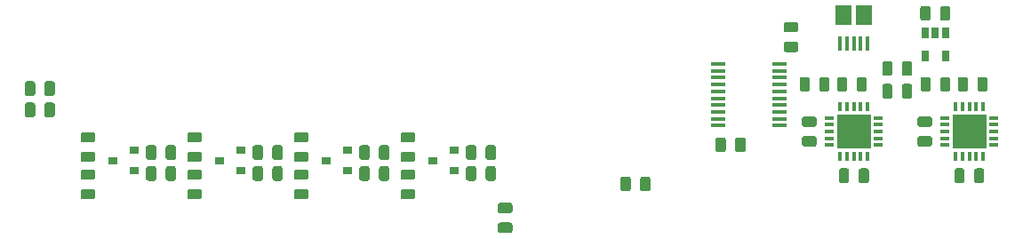
<source format=gbr>
G04 #@! TF.GenerationSoftware,KiCad,Pcbnew,(5.1.5)-3*
G04 #@! TF.CreationDate,2021-01-18T14:34:05-06:00*
G04 #@! TF.ProjectId,USB-PT100,5553422d-5054-4313-9030-2e6b69636164,B*
G04 #@! TF.SameCoordinates,Original*
G04 #@! TF.FileFunction,Paste,Top*
G04 #@! TF.FilePolarity,Positive*
%FSLAX46Y46*%
G04 Gerber Fmt 4.6, Leading zero omitted, Abs format (unit mm)*
G04 Created by KiCad (PCBNEW (5.1.5)-3) date 2021-01-18 14:34:05*
%MOMM*%
%LPD*%
G04 APERTURE LIST*
%ADD10C,0.100000*%
%ADD11R,3.250000X3.250000*%
%ADD12R,0.350000X0.950000*%
%ADD13R,0.950000X0.350000*%
%ADD14R,0.650000X1.060000*%
%ADD15R,1.450000X0.450000*%
%ADD16R,0.900000X0.800000*%
%ADD17R,1.500000X1.900000*%
%ADD18R,0.400000X1.350000*%
G04 APERTURE END LIST*
D10*
G36*
X162142642Y-92801174D02*
G01*
X162166303Y-92804684D01*
X162189507Y-92810496D01*
X162212029Y-92818554D01*
X162233653Y-92828782D01*
X162254170Y-92841079D01*
X162273383Y-92855329D01*
X162291107Y-92871393D01*
X162307171Y-92889117D01*
X162321421Y-92908330D01*
X162333718Y-92928847D01*
X162343946Y-92950471D01*
X162352004Y-92972993D01*
X162357816Y-92996197D01*
X162361326Y-93019858D01*
X162362500Y-93043750D01*
X162362500Y-93956250D01*
X162361326Y-93980142D01*
X162357816Y-94003803D01*
X162352004Y-94027007D01*
X162343946Y-94049529D01*
X162333718Y-94071153D01*
X162321421Y-94091670D01*
X162307171Y-94110883D01*
X162291107Y-94128607D01*
X162273383Y-94144671D01*
X162254170Y-94158921D01*
X162233653Y-94171218D01*
X162212029Y-94181446D01*
X162189507Y-94189504D01*
X162166303Y-94195316D01*
X162142642Y-94198826D01*
X162118750Y-94200000D01*
X161631250Y-94200000D01*
X161607358Y-94198826D01*
X161583697Y-94195316D01*
X161560493Y-94189504D01*
X161537971Y-94181446D01*
X161516347Y-94171218D01*
X161495830Y-94158921D01*
X161476617Y-94144671D01*
X161458893Y-94128607D01*
X161442829Y-94110883D01*
X161428579Y-94091670D01*
X161416282Y-94071153D01*
X161406054Y-94049529D01*
X161397996Y-94027007D01*
X161392184Y-94003803D01*
X161388674Y-93980142D01*
X161387500Y-93956250D01*
X161387500Y-93043750D01*
X161388674Y-93019858D01*
X161392184Y-92996197D01*
X161397996Y-92972993D01*
X161406054Y-92950471D01*
X161416282Y-92928847D01*
X161428579Y-92908330D01*
X161442829Y-92889117D01*
X161458893Y-92871393D01*
X161476617Y-92855329D01*
X161495830Y-92841079D01*
X161516347Y-92828782D01*
X161537971Y-92818554D01*
X161560493Y-92810496D01*
X161583697Y-92804684D01*
X161607358Y-92801174D01*
X161631250Y-92800000D01*
X162118750Y-92800000D01*
X162142642Y-92801174D01*
G37*
G36*
X160267642Y-92801174D02*
G01*
X160291303Y-92804684D01*
X160314507Y-92810496D01*
X160337029Y-92818554D01*
X160358653Y-92828782D01*
X160379170Y-92841079D01*
X160398383Y-92855329D01*
X160416107Y-92871393D01*
X160432171Y-92889117D01*
X160446421Y-92908330D01*
X160458718Y-92928847D01*
X160468946Y-92950471D01*
X160477004Y-92972993D01*
X160482816Y-92996197D01*
X160486326Y-93019858D01*
X160487500Y-93043750D01*
X160487500Y-93956250D01*
X160486326Y-93980142D01*
X160482816Y-94003803D01*
X160477004Y-94027007D01*
X160468946Y-94049529D01*
X160458718Y-94071153D01*
X160446421Y-94091670D01*
X160432171Y-94110883D01*
X160416107Y-94128607D01*
X160398383Y-94144671D01*
X160379170Y-94158921D01*
X160358653Y-94171218D01*
X160337029Y-94181446D01*
X160314507Y-94189504D01*
X160291303Y-94195316D01*
X160267642Y-94198826D01*
X160243750Y-94200000D01*
X159756250Y-94200000D01*
X159732358Y-94198826D01*
X159708697Y-94195316D01*
X159685493Y-94189504D01*
X159662971Y-94181446D01*
X159641347Y-94171218D01*
X159620830Y-94158921D01*
X159601617Y-94144671D01*
X159583893Y-94128607D01*
X159567829Y-94110883D01*
X159553579Y-94091670D01*
X159541282Y-94071153D01*
X159531054Y-94049529D01*
X159522996Y-94027007D01*
X159517184Y-94003803D01*
X159513674Y-93980142D01*
X159512500Y-93956250D01*
X159512500Y-93043750D01*
X159513674Y-93019858D01*
X159517184Y-92996197D01*
X159522996Y-92972993D01*
X159531054Y-92950471D01*
X159541282Y-92928847D01*
X159553579Y-92908330D01*
X159567829Y-92889117D01*
X159583893Y-92871393D01*
X159601617Y-92855329D01*
X159620830Y-92841079D01*
X159641347Y-92828782D01*
X159662971Y-92818554D01*
X159685493Y-92810496D01*
X159708697Y-92804684D01*
X159732358Y-92801174D01*
X159756250Y-92800000D01*
X160243750Y-92800000D01*
X160267642Y-92801174D01*
G37*
G36*
X192392642Y-83301174D02*
G01*
X192416303Y-83304684D01*
X192439507Y-83310496D01*
X192462029Y-83318554D01*
X192483653Y-83328782D01*
X192504170Y-83341079D01*
X192523383Y-83355329D01*
X192541107Y-83371393D01*
X192557171Y-83389117D01*
X192571421Y-83408330D01*
X192583718Y-83428847D01*
X192593946Y-83450471D01*
X192602004Y-83472993D01*
X192607816Y-83496197D01*
X192611326Y-83519858D01*
X192612500Y-83543750D01*
X192612500Y-84456250D01*
X192611326Y-84480142D01*
X192607816Y-84503803D01*
X192602004Y-84527007D01*
X192593946Y-84549529D01*
X192583718Y-84571153D01*
X192571421Y-84591670D01*
X192557171Y-84610883D01*
X192541107Y-84628607D01*
X192523383Y-84644671D01*
X192504170Y-84658921D01*
X192483653Y-84671218D01*
X192462029Y-84681446D01*
X192439507Y-84689504D01*
X192416303Y-84695316D01*
X192392642Y-84698826D01*
X192368750Y-84700000D01*
X191881250Y-84700000D01*
X191857358Y-84698826D01*
X191833697Y-84695316D01*
X191810493Y-84689504D01*
X191787971Y-84681446D01*
X191766347Y-84671218D01*
X191745830Y-84658921D01*
X191726617Y-84644671D01*
X191708893Y-84628607D01*
X191692829Y-84610883D01*
X191678579Y-84591670D01*
X191666282Y-84571153D01*
X191656054Y-84549529D01*
X191647996Y-84527007D01*
X191642184Y-84503803D01*
X191638674Y-84480142D01*
X191637500Y-84456250D01*
X191637500Y-83543750D01*
X191638674Y-83519858D01*
X191642184Y-83496197D01*
X191647996Y-83472993D01*
X191656054Y-83450471D01*
X191666282Y-83428847D01*
X191678579Y-83408330D01*
X191692829Y-83389117D01*
X191708893Y-83371393D01*
X191726617Y-83355329D01*
X191745830Y-83341079D01*
X191766347Y-83328782D01*
X191787971Y-83318554D01*
X191810493Y-83310496D01*
X191833697Y-83304684D01*
X191857358Y-83301174D01*
X191881250Y-83300000D01*
X192368750Y-83300000D01*
X192392642Y-83301174D01*
G37*
G36*
X194267642Y-83301174D02*
G01*
X194291303Y-83304684D01*
X194314507Y-83310496D01*
X194337029Y-83318554D01*
X194358653Y-83328782D01*
X194379170Y-83341079D01*
X194398383Y-83355329D01*
X194416107Y-83371393D01*
X194432171Y-83389117D01*
X194446421Y-83408330D01*
X194458718Y-83428847D01*
X194468946Y-83450471D01*
X194477004Y-83472993D01*
X194482816Y-83496197D01*
X194486326Y-83519858D01*
X194487500Y-83543750D01*
X194487500Y-84456250D01*
X194486326Y-84480142D01*
X194482816Y-84503803D01*
X194477004Y-84527007D01*
X194468946Y-84549529D01*
X194458718Y-84571153D01*
X194446421Y-84591670D01*
X194432171Y-84610883D01*
X194416107Y-84628607D01*
X194398383Y-84644671D01*
X194379170Y-84658921D01*
X194358653Y-84671218D01*
X194337029Y-84681446D01*
X194314507Y-84689504D01*
X194291303Y-84695316D01*
X194267642Y-84698826D01*
X194243750Y-84700000D01*
X193756250Y-84700000D01*
X193732358Y-84698826D01*
X193708697Y-84695316D01*
X193685493Y-84689504D01*
X193662971Y-84681446D01*
X193641347Y-84671218D01*
X193620830Y-84658921D01*
X193601617Y-84644671D01*
X193583893Y-84628607D01*
X193567829Y-84610883D01*
X193553579Y-84591670D01*
X193541282Y-84571153D01*
X193531054Y-84549529D01*
X193522996Y-84527007D01*
X193517184Y-84503803D01*
X193513674Y-84480142D01*
X193512500Y-84456250D01*
X193512500Y-83543750D01*
X193513674Y-83519858D01*
X193517184Y-83496197D01*
X193522996Y-83472993D01*
X193531054Y-83450471D01*
X193541282Y-83428847D01*
X193553579Y-83408330D01*
X193567829Y-83389117D01*
X193583893Y-83371393D01*
X193601617Y-83355329D01*
X193620830Y-83341079D01*
X193641347Y-83328782D01*
X193662971Y-83318554D01*
X193685493Y-83310496D01*
X193708697Y-83304684D01*
X193732358Y-83301174D01*
X193756250Y-83300000D01*
X194243750Y-83300000D01*
X194267642Y-83301174D01*
G37*
G36*
X180892642Y-83301174D02*
G01*
X180916303Y-83304684D01*
X180939507Y-83310496D01*
X180962029Y-83318554D01*
X180983653Y-83328782D01*
X181004170Y-83341079D01*
X181023383Y-83355329D01*
X181041107Y-83371393D01*
X181057171Y-83389117D01*
X181071421Y-83408330D01*
X181083718Y-83428847D01*
X181093946Y-83450471D01*
X181102004Y-83472993D01*
X181107816Y-83496197D01*
X181111326Y-83519858D01*
X181112500Y-83543750D01*
X181112500Y-84456250D01*
X181111326Y-84480142D01*
X181107816Y-84503803D01*
X181102004Y-84527007D01*
X181093946Y-84549529D01*
X181083718Y-84571153D01*
X181071421Y-84591670D01*
X181057171Y-84610883D01*
X181041107Y-84628607D01*
X181023383Y-84644671D01*
X181004170Y-84658921D01*
X180983653Y-84671218D01*
X180962029Y-84681446D01*
X180939507Y-84689504D01*
X180916303Y-84695316D01*
X180892642Y-84698826D01*
X180868750Y-84700000D01*
X180381250Y-84700000D01*
X180357358Y-84698826D01*
X180333697Y-84695316D01*
X180310493Y-84689504D01*
X180287971Y-84681446D01*
X180266347Y-84671218D01*
X180245830Y-84658921D01*
X180226617Y-84644671D01*
X180208893Y-84628607D01*
X180192829Y-84610883D01*
X180178579Y-84591670D01*
X180166282Y-84571153D01*
X180156054Y-84549529D01*
X180147996Y-84527007D01*
X180142184Y-84503803D01*
X180138674Y-84480142D01*
X180137500Y-84456250D01*
X180137500Y-83543750D01*
X180138674Y-83519858D01*
X180142184Y-83496197D01*
X180147996Y-83472993D01*
X180156054Y-83450471D01*
X180166282Y-83428847D01*
X180178579Y-83408330D01*
X180192829Y-83389117D01*
X180208893Y-83371393D01*
X180226617Y-83355329D01*
X180245830Y-83341079D01*
X180266347Y-83328782D01*
X180287971Y-83318554D01*
X180310493Y-83310496D01*
X180333697Y-83304684D01*
X180357358Y-83301174D01*
X180381250Y-83300000D01*
X180868750Y-83300000D01*
X180892642Y-83301174D01*
G37*
G36*
X182767642Y-83301174D02*
G01*
X182791303Y-83304684D01*
X182814507Y-83310496D01*
X182837029Y-83318554D01*
X182858653Y-83328782D01*
X182879170Y-83341079D01*
X182898383Y-83355329D01*
X182916107Y-83371393D01*
X182932171Y-83389117D01*
X182946421Y-83408330D01*
X182958718Y-83428847D01*
X182968946Y-83450471D01*
X182977004Y-83472993D01*
X182982816Y-83496197D01*
X182986326Y-83519858D01*
X182987500Y-83543750D01*
X182987500Y-84456250D01*
X182986326Y-84480142D01*
X182982816Y-84503803D01*
X182977004Y-84527007D01*
X182968946Y-84549529D01*
X182958718Y-84571153D01*
X182946421Y-84591670D01*
X182932171Y-84610883D01*
X182916107Y-84628607D01*
X182898383Y-84644671D01*
X182879170Y-84658921D01*
X182858653Y-84671218D01*
X182837029Y-84681446D01*
X182814507Y-84689504D01*
X182791303Y-84695316D01*
X182767642Y-84698826D01*
X182743750Y-84700000D01*
X182256250Y-84700000D01*
X182232358Y-84698826D01*
X182208697Y-84695316D01*
X182185493Y-84689504D01*
X182162971Y-84681446D01*
X182141347Y-84671218D01*
X182120830Y-84658921D01*
X182101617Y-84644671D01*
X182083893Y-84628607D01*
X182067829Y-84610883D01*
X182053579Y-84591670D01*
X182041282Y-84571153D01*
X182031054Y-84549529D01*
X182022996Y-84527007D01*
X182017184Y-84503803D01*
X182013674Y-84480142D01*
X182012500Y-84456250D01*
X182012500Y-83543750D01*
X182013674Y-83519858D01*
X182017184Y-83496197D01*
X182022996Y-83472993D01*
X182031054Y-83450471D01*
X182041282Y-83428847D01*
X182053579Y-83408330D01*
X182067829Y-83389117D01*
X182083893Y-83371393D01*
X182101617Y-83355329D01*
X182120830Y-83341079D01*
X182141347Y-83328782D01*
X182162971Y-83318554D01*
X182185493Y-83310496D01*
X182208697Y-83304684D01*
X182232358Y-83301174D01*
X182256250Y-83300000D01*
X182743750Y-83300000D01*
X182767642Y-83301174D01*
G37*
G36*
X188980142Y-87076174D02*
G01*
X189003803Y-87079684D01*
X189027007Y-87085496D01*
X189049529Y-87093554D01*
X189071153Y-87103782D01*
X189091670Y-87116079D01*
X189110883Y-87130329D01*
X189128607Y-87146393D01*
X189144671Y-87164117D01*
X189158921Y-87183330D01*
X189171218Y-87203847D01*
X189181446Y-87225471D01*
X189189504Y-87247993D01*
X189195316Y-87271197D01*
X189198826Y-87294858D01*
X189200000Y-87318750D01*
X189200000Y-87806250D01*
X189198826Y-87830142D01*
X189195316Y-87853803D01*
X189189504Y-87877007D01*
X189181446Y-87899529D01*
X189171218Y-87921153D01*
X189158921Y-87941670D01*
X189144671Y-87960883D01*
X189128607Y-87978607D01*
X189110883Y-87994671D01*
X189091670Y-88008921D01*
X189071153Y-88021218D01*
X189049529Y-88031446D01*
X189027007Y-88039504D01*
X189003803Y-88045316D01*
X188980142Y-88048826D01*
X188956250Y-88050000D01*
X188043750Y-88050000D01*
X188019858Y-88048826D01*
X187996197Y-88045316D01*
X187972993Y-88039504D01*
X187950471Y-88031446D01*
X187928847Y-88021218D01*
X187908330Y-88008921D01*
X187889117Y-87994671D01*
X187871393Y-87978607D01*
X187855329Y-87960883D01*
X187841079Y-87941670D01*
X187828782Y-87921153D01*
X187818554Y-87899529D01*
X187810496Y-87877007D01*
X187804684Y-87853803D01*
X187801174Y-87830142D01*
X187800000Y-87806250D01*
X187800000Y-87318750D01*
X187801174Y-87294858D01*
X187804684Y-87271197D01*
X187810496Y-87247993D01*
X187818554Y-87225471D01*
X187828782Y-87203847D01*
X187841079Y-87183330D01*
X187855329Y-87164117D01*
X187871393Y-87146393D01*
X187889117Y-87130329D01*
X187908330Y-87116079D01*
X187928847Y-87103782D01*
X187950471Y-87093554D01*
X187972993Y-87085496D01*
X187996197Y-87079684D01*
X188019858Y-87076174D01*
X188043750Y-87075000D01*
X188956250Y-87075000D01*
X188980142Y-87076174D01*
G37*
G36*
X188980142Y-88951174D02*
G01*
X189003803Y-88954684D01*
X189027007Y-88960496D01*
X189049529Y-88968554D01*
X189071153Y-88978782D01*
X189091670Y-88991079D01*
X189110883Y-89005329D01*
X189128607Y-89021393D01*
X189144671Y-89039117D01*
X189158921Y-89058330D01*
X189171218Y-89078847D01*
X189181446Y-89100471D01*
X189189504Y-89122993D01*
X189195316Y-89146197D01*
X189198826Y-89169858D01*
X189200000Y-89193750D01*
X189200000Y-89681250D01*
X189198826Y-89705142D01*
X189195316Y-89728803D01*
X189189504Y-89752007D01*
X189181446Y-89774529D01*
X189171218Y-89796153D01*
X189158921Y-89816670D01*
X189144671Y-89835883D01*
X189128607Y-89853607D01*
X189110883Y-89869671D01*
X189091670Y-89883921D01*
X189071153Y-89896218D01*
X189049529Y-89906446D01*
X189027007Y-89914504D01*
X189003803Y-89920316D01*
X188980142Y-89923826D01*
X188956250Y-89925000D01*
X188043750Y-89925000D01*
X188019858Y-89923826D01*
X187996197Y-89920316D01*
X187972993Y-89914504D01*
X187950471Y-89906446D01*
X187928847Y-89896218D01*
X187908330Y-89883921D01*
X187889117Y-89869671D01*
X187871393Y-89853607D01*
X187855329Y-89835883D01*
X187841079Y-89816670D01*
X187828782Y-89796153D01*
X187818554Y-89774529D01*
X187810496Y-89752007D01*
X187804684Y-89728803D01*
X187801174Y-89705142D01*
X187800000Y-89681250D01*
X187800000Y-89193750D01*
X187801174Y-89169858D01*
X187804684Y-89146197D01*
X187810496Y-89122993D01*
X187818554Y-89100471D01*
X187828782Y-89078847D01*
X187841079Y-89058330D01*
X187855329Y-89039117D01*
X187871393Y-89021393D01*
X187889117Y-89005329D01*
X187908330Y-88991079D01*
X187928847Y-88978782D01*
X187950471Y-88968554D01*
X187972993Y-88960496D01*
X187996197Y-88954684D01*
X188019858Y-88951174D01*
X188043750Y-88950000D01*
X188956250Y-88950000D01*
X188980142Y-88951174D01*
G37*
G36*
X177980142Y-87076174D02*
G01*
X178003803Y-87079684D01*
X178027007Y-87085496D01*
X178049529Y-87093554D01*
X178071153Y-87103782D01*
X178091670Y-87116079D01*
X178110883Y-87130329D01*
X178128607Y-87146393D01*
X178144671Y-87164117D01*
X178158921Y-87183330D01*
X178171218Y-87203847D01*
X178181446Y-87225471D01*
X178189504Y-87247993D01*
X178195316Y-87271197D01*
X178198826Y-87294858D01*
X178200000Y-87318750D01*
X178200000Y-87806250D01*
X178198826Y-87830142D01*
X178195316Y-87853803D01*
X178189504Y-87877007D01*
X178181446Y-87899529D01*
X178171218Y-87921153D01*
X178158921Y-87941670D01*
X178144671Y-87960883D01*
X178128607Y-87978607D01*
X178110883Y-87994671D01*
X178091670Y-88008921D01*
X178071153Y-88021218D01*
X178049529Y-88031446D01*
X178027007Y-88039504D01*
X178003803Y-88045316D01*
X177980142Y-88048826D01*
X177956250Y-88050000D01*
X177043750Y-88050000D01*
X177019858Y-88048826D01*
X176996197Y-88045316D01*
X176972993Y-88039504D01*
X176950471Y-88031446D01*
X176928847Y-88021218D01*
X176908330Y-88008921D01*
X176889117Y-87994671D01*
X176871393Y-87978607D01*
X176855329Y-87960883D01*
X176841079Y-87941670D01*
X176828782Y-87921153D01*
X176818554Y-87899529D01*
X176810496Y-87877007D01*
X176804684Y-87853803D01*
X176801174Y-87830142D01*
X176800000Y-87806250D01*
X176800000Y-87318750D01*
X176801174Y-87294858D01*
X176804684Y-87271197D01*
X176810496Y-87247993D01*
X176818554Y-87225471D01*
X176828782Y-87203847D01*
X176841079Y-87183330D01*
X176855329Y-87164117D01*
X176871393Y-87146393D01*
X176889117Y-87130329D01*
X176908330Y-87116079D01*
X176928847Y-87103782D01*
X176950471Y-87093554D01*
X176972993Y-87085496D01*
X176996197Y-87079684D01*
X177019858Y-87076174D01*
X177043750Y-87075000D01*
X177956250Y-87075000D01*
X177980142Y-87076174D01*
G37*
G36*
X177980142Y-88951174D02*
G01*
X178003803Y-88954684D01*
X178027007Y-88960496D01*
X178049529Y-88968554D01*
X178071153Y-88978782D01*
X178091670Y-88991079D01*
X178110883Y-89005329D01*
X178128607Y-89021393D01*
X178144671Y-89039117D01*
X178158921Y-89058330D01*
X178171218Y-89078847D01*
X178181446Y-89100471D01*
X178189504Y-89122993D01*
X178195316Y-89146197D01*
X178198826Y-89169858D01*
X178200000Y-89193750D01*
X178200000Y-89681250D01*
X178198826Y-89705142D01*
X178195316Y-89728803D01*
X178189504Y-89752007D01*
X178181446Y-89774529D01*
X178171218Y-89796153D01*
X178158921Y-89816670D01*
X178144671Y-89835883D01*
X178128607Y-89853607D01*
X178110883Y-89869671D01*
X178091670Y-89883921D01*
X178071153Y-89896218D01*
X178049529Y-89906446D01*
X178027007Y-89914504D01*
X178003803Y-89920316D01*
X177980142Y-89923826D01*
X177956250Y-89925000D01*
X177043750Y-89925000D01*
X177019858Y-89923826D01*
X176996197Y-89920316D01*
X176972993Y-89914504D01*
X176950471Y-89906446D01*
X176928847Y-89896218D01*
X176908330Y-89883921D01*
X176889117Y-89869671D01*
X176871393Y-89853607D01*
X176855329Y-89835883D01*
X176841079Y-89816670D01*
X176828782Y-89796153D01*
X176818554Y-89774529D01*
X176810496Y-89752007D01*
X176804684Y-89728803D01*
X176801174Y-89705142D01*
X176800000Y-89681250D01*
X176800000Y-89193750D01*
X176801174Y-89169858D01*
X176804684Y-89146197D01*
X176810496Y-89122993D01*
X176818554Y-89100471D01*
X176828782Y-89078847D01*
X176841079Y-89058330D01*
X176855329Y-89039117D01*
X176871393Y-89021393D01*
X176889117Y-89005329D01*
X176908330Y-88991079D01*
X176928847Y-88978782D01*
X176950471Y-88968554D01*
X176972993Y-88960496D01*
X176996197Y-88954684D01*
X177019858Y-88951174D01*
X177043750Y-88950000D01*
X177956250Y-88950000D01*
X177980142Y-88951174D01*
G37*
G36*
X192080142Y-92011174D02*
G01*
X192103803Y-92014684D01*
X192127007Y-92020496D01*
X192149529Y-92028554D01*
X192171153Y-92038782D01*
X192191670Y-92051079D01*
X192210883Y-92065329D01*
X192228607Y-92081393D01*
X192244671Y-92099117D01*
X192258921Y-92118330D01*
X192271218Y-92138847D01*
X192281446Y-92160471D01*
X192289504Y-92182993D01*
X192295316Y-92206197D01*
X192298826Y-92229858D01*
X192300000Y-92253750D01*
X192300000Y-93166250D01*
X192298826Y-93190142D01*
X192295316Y-93213803D01*
X192289504Y-93237007D01*
X192281446Y-93259529D01*
X192271218Y-93281153D01*
X192258921Y-93301670D01*
X192244671Y-93320883D01*
X192228607Y-93338607D01*
X192210883Y-93354671D01*
X192191670Y-93368921D01*
X192171153Y-93381218D01*
X192149529Y-93391446D01*
X192127007Y-93399504D01*
X192103803Y-93405316D01*
X192080142Y-93408826D01*
X192056250Y-93410000D01*
X191568750Y-93410000D01*
X191544858Y-93408826D01*
X191521197Y-93405316D01*
X191497993Y-93399504D01*
X191475471Y-93391446D01*
X191453847Y-93381218D01*
X191433330Y-93368921D01*
X191414117Y-93354671D01*
X191396393Y-93338607D01*
X191380329Y-93320883D01*
X191366079Y-93301670D01*
X191353782Y-93281153D01*
X191343554Y-93259529D01*
X191335496Y-93237007D01*
X191329684Y-93213803D01*
X191326174Y-93190142D01*
X191325000Y-93166250D01*
X191325000Y-92253750D01*
X191326174Y-92229858D01*
X191329684Y-92206197D01*
X191335496Y-92182993D01*
X191343554Y-92160471D01*
X191353782Y-92138847D01*
X191366079Y-92118330D01*
X191380329Y-92099117D01*
X191396393Y-92081393D01*
X191414117Y-92065329D01*
X191433330Y-92051079D01*
X191453847Y-92038782D01*
X191475471Y-92028554D01*
X191497993Y-92020496D01*
X191521197Y-92014684D01*
X191544858Y-92011174D01*
X191568750Y-92010000D01*
X192056250Y-92010000D01*
X192080142Y-92011174D01*
G37*
G36*
X193955142Y-92011174D02*
G01*
X193978803Y-92014684D01*
X194002007Y-92020496D01*
X194024529Y-92028554D01*
X194046153Y-92038782D01*
X194066670Y-92051079D01*
X194085883Y-92065329D01*
X194103607Y-92081393D01*
X194119671Y-92099117D01*
X194133921Y-92118330D01*
X194146218Y-92138847D01*
X194156446Y-92160471D01*
X194164504Y-92182993D01*
X194170316Y-92206197D01*
X194173826Y-92229858D01*
X194175000Y-92253750D01*
X194175000Y-93166250D01*
X194173826Y-93190142D01*
X194170316Y-93213803D01*
X194164504Y-93237007D01*
X194156446Y-93259529D01*
X194146218Y-93281153D01*
X194133921Y-93301670D01*
X194119671Y-93320883D01*
X194103607Y-93338607D01*
X194085883Y-93354671D01*
X194066670Y-93368921D01*
X194046153Y-93381218D01*
X194024529Y-93391446D01*
X194002007Y-93399504D01*
X193978803Y-93405316D01*
X193955142Y-93408826D01*
X193931250Y-93410000D01*
X193443750Y-93410000D01*
X193419858Y-93408826D01*
X193396197Y-93405316D01*
X193372993Y-93399504D01*
X193350471Y-93391446D01*
X193328847Y-93381218D01*
X193308330Y-93368921D01*
X193289117Y-93354671D01*
X193271393Y-93338607D01*
X193255329Y-93320883D01*
X193241079Y-93301670D01*
X193228782Y-93281153D01*
X193218554Y-93259529D01*
X193210496Y-93237007D01*
X193204684Y-93213803D01*
X193201174Y-93190142D01*
X193200000Y-93166250D01*
X193200000Y-92253750D01*
X193201174Y-92229858D01*
X193204684Y-92206197D01*
X193210496Y-92182993D01*
X193218554Y-92160471D01*
X193228782Y-92138847D01*
X193241079Y-92118330D01*
X193255329Y-92099117D01*
X193271393Y-92081393D01*
X193289117Y-92065329D01*
X193308330Y-92051079D01*
X193328847Y-92038782D01*
X193350471Y-92028554D01*
X193372993Y-92020496D01*
X193396197Y-92014684D01*
X193419858Y-92011174D01*
X193443750Y-92010000D01*
X193931250Y-92010000D01*
X193955142Y-92011174D01*
G37*
G36*
X182955142Y-92011174D02*
G01*
X182978803Y-92014684D01*
X183002007Y-92020496D01*
X183024529Y-92028554D01*
X183046153Y-92038782D01*
X183066670Y-92051079D01*
X183085883Y-92065329D01*
X183103607Y-92081393D01*
X183119671Y-92099117D01*
X183133921Y-92118330D01*
X183146218Y-92138847D01*
X183156446Y-92160471D01*
X183164504Y-92182993D01*
X183170316Y-92206197D01*
X183173826Y-92229858D01*
X183175000Y-92253750D01*
X183175000Y-93166250D01*
X183173826Y-93190142D01*
X183170316Y-93213803D01*
X183164504Y-93237007D01*
X183156446Y-93259529D01*
X183146218Y-93281153D01*
X183133921Y-93301670D01*
X183119671Y-93320883D01*
X183103607Y-93338607D01*
X183085883Y-93354671D01*
X183066670Y-93368921D01*
X183046153Y-93381218D01*
X183024529Y-93391446D01*
X183002007Y-93399504D01*
X182978803Y-93405316D01*
X182955142Y-93408826D01*
X182931250Y-93410000D01*
X182443750Y-93410000D01*
X182419858Y-93408826D01*
X182396197Y-93405316D01*
X182372993Y-93399504D01*
X182350471Y-93391446D01*
X182328847Y-93381218D01*
X182308330Y-93368921D01*
X182289117Y-93354671D01*
X182271393Y-93338607D01*
X182255329Y-93320883D01*
X182241079Y-93301670D01*
X182228782Y-93281153D01*
X182218554Y-93259529D01*
X182210496Y-93237007D01*
X182204684Y-93213803D01*
X182201174Y-93190142D01*
X182200000Y-93166250D01*
X182200000Y-92253750D01*
X182201174Y-92229858D01*
X182204684Y-92206197D01*
X182210496Y-92182993D01*
X182218554Y-92160471D01*
X182228782Y-92138847D01*
X182241079Y-92118330D01*
X182255329Y-92099117D01*
X182271393Y-92081393D01*
X182289117Y-92065329D01*
X182308330Y-92051079D01*
X182328847Y-92038782D01*
X182350471Y-92028554D01*
X182372993Y-92020496D01*
X182396197Y-92014684D01*
X182419858Y-92011174D01*
X182443750Y-92010000D01*
X182931250Y-92010000D01*
X182955142Y-92011174D01*
G37*
G36*
X181080142Y-92011174D02*
G01*
X181103803Y-92014684D01*
X181127007Y-92020496D01*
X181149529Y-92028554D01*
X181171153Y-92038782D01*
X181191670Y-92051079D01*
X181210883Y-92065329D01*
X181228607Y-92081393D01*
X181244671Y-92099117D01*
X181258921Y-92118330D01*
X181271218Y-92138847D01*
X181281446Y-92160471D01*
X181289504Y-92182993D01*
X181295316Y-92206197D01*
X181298826Y-92229858D01*
X181300000Y-92253750D01*
X181300000Y-93166250D01*
X181298826Y-93190142D01*
X181295316Y-93213803D01*
X181289504Y-93237007D01*
X181281446Y-93259529D01*
X181271218Y-93281153D01*
X181258921Y-93301670D01*
X181244671Y-93320883D01*
X181228607Y-93338607D01*
X181210883Y-93354671D01*
X181191670Y-93368921D01*
X181171153Y-93381218D01*
X181149529Y-93391446D01*
X181127007Y-93399504D01*
X181103803Y-93405316D01*
X181080142Y-93408826D01*
X181056250Y-93410000D01*
X180568750Y-93410000D01*
X180544858Y-93408826D01*
X180521197Y-93405316D01*
X180497993Y-93399504D01*
X180475471Y-93391446D01*
X180453847Y-93381218D01*
X180433330Y-93368921D01*
X180414117Y-93354671D01*
X180396393Y-93338607D01*
X180380329Y-93320883D01*
X180366079Y-93301670D01*
X180353782Y-93281153D01*
X180343554Y-93259529D01*
X180335496Y-93237007D01*
X180329684Y-93213803D01*
X180326174Y-93190142D01*
X180325000Y-93166250D01*
X180325000Y-92253750D01*
X180326174Y-92229858D01*
X180329684Y-92206197D01*
X180335496Y-92182993D01*
X180343554Y-92160471D01*
X180353782Y-92138847D01*
X180366079Y-92118330D01*
X180380329Y-92099117D01*
X180396393Y-92081393D01*
X180414117Y-92065329D01*
X180433330Y-92051079D01*
X180453847Y-92038782D01*
X180475471Y-92028554D01*
X180497993Y-92020496D01*
X180521197Y-92014684D01*
X180544858Y-92011174D01*
X180568750Y-92010000D01*
X181056250Y-92010000D01*
X181080142Y-92011174D01*
G37*
D11*
X181750000Y-88500000D03*
D12*
X180450000Y-86160000D03*
X181100000Y-86160000D03*
X181750000Y-86160000D03*
X182400000Y-86160000D03*
X183050000Y-86160000D03*
D13*
X184090000Y-87200000D03*
X184090000Y-87850000D03*
X184090000Y-88500000D03*
X184090000Y-89150000D03*
X184090000Y-89800000D03*
D12*
X183050000Y-90840000D03*
X182400000Y-90840000D03*
X181750000Y-90840000D03*
X181100000Y-90840000D03*
D13*
X179410000Y-89800000D03*
X179410000Y-89150000D03*
X179410000Y-88500000D03*
X179410000Y-87850000D03*
X179410000Y-87200000D03*
D12*
X180450000Y-90840000D03*
D11*
X192750000Y-88500000D03*
D12*
X191450000Y-86160000D03*
X192100000Y-86160000D03*
X192750000Y-86160000D03*
X193400000Y-86160000D03*
X194050000Y-86160000D03*
D13*
X195090000Y-87200000D03*
X195090000Y-87850000D03*
X195090000Y-88500000D03*
X195090000Y-89150000D03*
X195090000Y-89800000D03*
D12*
X194050000Y-90840000D03*
X193400000Y-90840000D03*
X192750000Y-90840000D03*
X192100000Y-90840000D03*
D13*
X190410000Y-89800000D03*
X190410000Y-89150000D03*
X190410000Y-88500000D03*
X190410000Y-87850000D03*
X190410000Y-87200000D03*
D12*
X191450000Y-90840000D03*
D14*
X190459000Y-81339000D03*
X188559000Y-81339000D03*
X188559000Y-79139000D03*
X189509000Y-79139000D03*
X190459000Y-79139000D03*
D15*
X174700000Y-82075000D03*
X174700000Y-82725000D03*
X174700000Y-83375000D03*
X174700000Y-84025000D03*
X174700000Y-84675000D03*
X174700000Y-85325000D03*
X174700000Y-85975000D03*
X174700000Y-86625000D03*
X174700000Y-87275000D03*
X174700000Y-87925000D03*
X168800000Y-87925000D03*
X168800000Y-87275000D03*
X168800000Y-86625000D03*
X168800000Y-85975000D03*
X168800000Y-85325000D03*
X168800000Y-84675000D03*
X168800000Y-84025000D03*
X168800000Y-83375000D03*
X168800000Y-82725000D03*
X168800000Y-82075000D03*
D10*
G36*
X105410142Y-83706174D02*
G01*
X105433803Y-83709684D01*
X105457007Y-83715496D01*
X105479529Y-83723554D01*
X105501153Y-83733782D01*
X105521670Y-83746079D01*
X105540883Y-83760329D01*
X105558607Y-83776393D01*
X105574671Y-83794117D01*
X105588921Y-83813330D01*
X105601218Y-83833847D01*
X105611446Y-83855471D01*
X105619504Y-83877993D01*
X105625316Y-83901197D01*
X105628826Y-83924858D01*
X105630000Y-83948750D01*
X105630000Y-84861250D01*
X105628826Y-84885142D01*
X105625316Y-84908803D01*
X105619504Y-84932007D01*
X105611446Y-84954529D01*
X105601218Y-84976153D01*
X105588921Y-84996670D01*
X105574671Y-85015883D01*
X105558607Y-85033607D01*
X105540883Y-85049671D01*
X105521670Y-85063921D01*
X105501153Y-85076218D01*
X105479529Y-85086446D01*
X105457007Y-85094504D01*
X105433803Y-85100316D01*
X105410142Y-85103826D01*
X105386250Y-85105000D01*
X104898750Y-85105000D01*
X104874858Y-85103826D01*
X104851197Y-85100316D01*
X104827993Y-85094504D01*
X104805471Y-85086446D01*
X104783847Y-85076218D01*
X104763330Y-85063921D01*
X104744117Y-85049671D01*
X104726393Y-85033607D01*
X104710329Y-85015883D01*
X104696079Y-84996670D01*
X104683782Y-84976153D01*
X104673554Y-84954529D01*
X104665496Y-84932007D01*
X104659684Y-84908803D01*
X104656174Y-84885142D01*
X104655000Y-84861250D01*
X104655000Y-83948750D01*
X104656174Y-83924858D01*
X104659684Y-83901197D01*
X104665496Y-83877993D01*
X104673554Y-83855471D01*
X104683782Y-83833847D01*
X104696079Y-83813330D01*
X104710329Y-83794117D01*
X104726393Y-83776393D01*
X104744117Y-83760329D01*
X104763330Y-83746079D01*
X104783847Y-83733782D01*
X104805471Y-83723554D01*
X104827993Y-83715496D01*
X104851197Y-83709684D01*
X104874858Y-83706174D01*
X104898750Y-83705000D01*
X105386250Y-83705000D01*
X105410142Y-83706174D01*
G37*
G36*
X103535142Y-83706174D02*
G01*
X103558803Y-83709684D01*
X103582007Y-83715496D01*
X103604529Y-83723554D01*
X103626153Y-83733782D01*
X103646670Y-83746079D01*
X103665883Y-83760329D01*
X103683607Y-83776393D01*
X103699671Y-83794117D01*
X103713921Y-83813330D01*
X103726218Y-83833847D01*
X103736446Y-83855471D01*
X103744504Y-83877993D01*
X103750316Y-83901197D01*
X103753826Y-83924858D01*
X103755000Y-83948750D01*
X103755000Y-84861250D01*
X103753826Y-84885142D01*
X103750316Y-84908803D01*
X103744504Y-84932007D01*
X103736446Y-84954529D01*
X103726218Y-84976153D01*
X103713921Y-84996670D01*
X103699671Y-85015883D01*
X103683607Y-85033607D01*
X103665883Y-85049671D01*
X103646670Y-85063921D01*
X103626153Y-85076218D01*
X103604529Y-85086446D01*
X103582007Y-85094504D01*
X103558803Y-85100316D01*
X103535142Y-85103826D01*
X103511250Y-85105000D01*
X103023750Y-85105000D01*
X102999858Y-85103826D01*
X102976197Y-85100316D01*
X102952993Y-85094504D01*
X102930471Y-85086446D01*
X102908847Y-85076218D01*
X102888330Y-85063921D01*
X102869117Y-85049671D01*
X102851393Y-85033607D01*
X102835329Y-85015883D01*
X102821079Y-84996670D01*
X102808782Y-84976153D01*
X102798554Y-84954529D01*
X102790496Y-84932007D01*
X102784684Y-84908803D01*
X102781174Y-84885142D01*
X102780000Y-84861250D01*
X102780000Y-83948750D01*
X102781174Y-83924858D01*
X102784684Y-83901197D01*
X102790496Y-83877993D01*
X102798554Y-83855471D01*
X102808782Y-83833847D01*
X102821079Y-83813330D01*
X102835329Y-83794117D01*
X102851393Y-83776393D01*
X102869117Y-83760329D01*
X102888330Y-83746079D01*
X102908847Y-83733782D01*
X102930471Y-83723554D01*
X102952993Y-83715496D01*
X102976197Y-83709684D01*
X102999858Y-83706174D01*
X103023750Y-83705000D01*
X103511250Y-83705000D01*
X103535142Y-83706174D01*
G37*
G36*
X185196142Y-81801174D02*
G01*
X185219803Y-81804684D01*
X185243007Y-81810496D01*
X185265529Y-81818554D01*
X185287153Y-81828782D01*
X185307670Y-81841079D01*
X185326883Y-81855329D01*
X185344607Y-81871393D01*
X185360671Y-81889117D01*
X185374921Y-81908330D01*
X185387218Y-81928847D01*
X185397446Y-81950471D01*
X185405504Y-81972993D01*
X185411316Y-81996197D01*
X185414826Y-82019858D01*
X185416000Y-82043750D01*
X185416000Y-82956250D01*
X185414826Y-82980142D01*
X185411316Y-83003803D01*
X185405504Y-83027007D01*
X185397446Y-83049529D01*
X185387218Y-83071153D01*
X185374921Y-83091670D01*
X185360671Y-83110883D01*
X185344607Y-83128607D01*
X185326883Y-83144671D01*
X185307670Y-83158921D01*
X185287153Y-83171218D01*
X185265529Y-83181446D01*
X185243007Y-83189504D01*
X185219803Y-83195316D01*
X185196142Y-83198826D01*
X185172250Y-83200000D01*
X184684750Y-83200000D01*
X184660858Y-83198826D01*
X184637197Y-83195316D01*
X184613993Y-83189504D01*
X184591471Y-83181446D01*
X184569847Y-83171218D01*
X184549330Y-83158921D01*
X184530117Y-83144671D01*
X184512393Y-83128607D01*
X184496329Y-83110883D01*
X184482079Y-83091670D01*
X184469782Y-83071153D01*
X184459554Y-83049529D01*
X184451496Y-83027007D01*
X184445684Y-83003803D01*
X184442174Y-82980142D01*
X184441000Y-82956250D01*
X184441000Y-82043750D01*
X184442174Y-82019858D01*
X184445684Y-81996197D01*
X184451496Y-81972993D01*
X184459554Y-81950471D01*
X184469782Y-81928847D01*
X184482079Y-81908330D01*
X184496329Y-81889117D01*
X184512393Y-81871393D01*
X184530117Y-81855329D01*
X184549330Y-81841079D01*
X184569847Y-81828782D01*
X184591471Y-81818554D01*
X184613993Y-81810496D01*
X184637197Y-81804684D01*
X184660858Y-81801174D01*
X184684750Y-81800000D01*
X185172250Y-81800000D01*
X185196142Y-81801174D01*
G37*
G36*
X187071142Y-81801174D02*
G01*
X187094803Y-81804684D01*
X187118007Y-81810496D01*
X187140529Y-81818554D01*
X187162153Y-81828782D01*
X187182670Y-81841079D01*
X187201883Y-81855329D01*
X187219607Y-81871393D01*
X187235671Y-81889117D01*
X187249921Y-81908330D01*
X187262218Y-81928847D01*
X187272446Y-81950471D01*
X187280504Y-81972993D01*
X187286316Y-81996197D01*
X187289826Y-82019858D01*
X187291000Y-82043750D01*
X187291000Y-82956250D01*
X187289826Y-82980142D01*
X187286316Y-83003803D01*
X187280504Y-83027007D01*
X187272446Y-83049529D01*
X187262218Y-83071153D01*
X187249921Y-83091670D01*
X187235671Y-83110883D01*
X187219607Y-83128607D01*
X187201883Y-83144671D01*
X187182670Y-83158921D01*
X187162153Y-83171218D01*
X187140529Y-83181446D01*
X187118007Y-83189504D01*
X187094803Y-83195316D01*
X187071142Y-83198826D01*
X187047250Y-83200000D01*
X186559750Y-83200000D01*
X186535858Y-83198826D01*
X186512197Y-83195316D01*
X186488993Y-83189504D01*
X186466471Y-83181446D01*
X186444847Y-83171218D01*
X186424330Y-83158921D01*
X186405117Y-83144671D01*
X186387393Y-83128607D01*
X186371329Y-83110883D01*
X186357079Y-83091670D01*
X186344782Y-83071153D01*
X186334554Y-83049529D01*
X186326496Y-83027007D01*
X186320684Y-83003803D01*
X186317174Y-82980142D01*
X186316000Y-82956250D01*
X186316000Y-82043750D01*
X186317174Y-82019858D01*
X186320684Y-81996197D01*
X186326496Y-81972993D01*
X186334554Y-81950471D01*
X186344782Y-81928847D01*
X186357079Y-81908330D01*
X186371329Y-81889117D01*
X186387393Y-81871393D01*
X186405117Y-81855329D01*
X186424330Y-81841079D01*
X186444847Y-81828782D01*
X186466471Y-81818554D01*
X186488993Y-81810496D01*
X186512197Y-81804684D01*
X186535858Y-81801174D01*
X186559750Y-81800000D01*
X187047250Y-81800000D01*
X187071142Y-81801174D01*
G37*
G36*
X109257142Y-92125174D02*
G01*
X109280803Y-92128684D01*
X109304007Y-92134496D01*
X109326529Y-92142554D01*
X109348153Y-92152782D01*
X109368670Y-92165079D01*
X109387883Y-92179329D01*
X109405607Y-92195393D01*
X109421671Y-92213117D01*
X109435921Y-92232330D01*
X109448218Y-92252847D01*
X109458446Y-92274471D01*
X109466504Y-92296993D01*
X109472316Y-92320197D01*
X109475826Y-92343858D01*
X109477000Y-92367750D01*
X109477000Y-92855250D01*
X109475826Y-92879142D01*
X109472316Y-92902803D01*
X109466504Y-92926007D01*
X109458446Y-92948529D01*
X109448218Y-92970153D01*
X109435921Y-92990670D01*
X109421671Y-93009883D01*
X109405607Y-93027607D01*
X109387883Y-93043671D01*
X109368670Y-93057921D01*
X109348153Y-93070218D01*
X109326529Y-93080446D01*
X109304007Y-93088504D01*
X109280803Y-93094316D01*
X109257142Y-93097826D01*
X109233250Y-93099000D01*
X108320750Y-93099000D01*
X108296858Y-93097826D01*
X108273197Y-93094316D01*
X108249993Y-93088504D01*
X108227471Y-93080446D01*
X108205847Y-93070218D01*
X108185330Y-93057921D01*
X108166117Y-93043671D01*
X108148393Y-93027607D01*
X108132329Y-93009883D01*
X108118079Y-92990670D01*
X108105782Y-92970153D01*
X108095554Y-92948529D01*
X108087496Y-92926007D01*
X108081684Y-92902803D01*
X108078174Y-92879142D01*
X108077000Y-92855250D01*
X108077000Y-92367750D01*
X108078174Y-92343858D01*
X108081684Y-92320197D01*
X108087496Y-92296993D01*
X108095554Y-92274471D01*
X108105782Y-92252847D01*
X108118079Y-92232330D01*
X108132329Y-92213117D01*
X108148393Y-92195393D01*
X108166117Y-92179329D01*
X108185330Y-92165079D01*
X108205847Y-92152782D01*
X108227471Y-92142554D01*
X108249993Y-92134496D01*
X108273197Y-92128684D01*
X108296858Y-92125174D01*
X108320750Y-92124000D01*
X109233250Y-92124000D01*
X109257142Y-92125174D01*
G37*
G36*
X109257142Y-94000174D02*
G01*
X109280803Y-94003684D01*
X109304007Y-94009496D01*
X109326529Y-94017554D01*
X109348153Y-94027782D01*
X109368670Y-94040079D01*
X109387883Y-94054329D01*
X109405607Y-94070393D01*
X109421671Y-94088117D01*
X109435921Y-94107330D01*
X109448218Y-94127847D01*
X109458446Y-94149471D01*
X109466504Y-94171993D01*
X109472316Y-94195197D01*
X109475826Y-94218858D01*
X109477000Y-94242750D01*
X109477000Y-94730250D01*
X109475826Y-94754142D01*
X109472316Y-94777803D01*
X109466504Y-94801007D01*
X109458446Y-94823529D01*
X109448218Y-94845153D01*
X109435921Y-94865670D01*
X109421671Y-94884883D01*
X109405607Y-94902607D01*
X109387883Y-94918671D01*
X109368670Y-94932921D01*
X109348153Y-94945218D01*
X109326529Y-94955446D01*
X109304007Y-94963504D01*
X109280803Y-94969316D01*
X109257142Y-94972826D01*
X109233250Y-94974000D01*
X108320750Y-94974000D01*
X108296858Y-94972826D01*
X108273197Y-94969316D01*
X108249993Y-94963504D01*
X108227471Y-94955446D01*
X108205847Y-94945218D01*
X108185330Y-94932921D01*
X108166117Y-94918671D01*
X108148393Y-94902607D01*
X108132329Y-94884883D01*
X108118079Y-94865670D01*
X108105782Y-94845153D01*
X108095554Y-94823529D01*
X108087496Y-94801007D01*
X108081684Y-94777803D01*
X108078174Y-94754142D01*
X108077000Y-94730250D01*
X108077000Y-94242750D01*
X108078174Y-94218858D01*
X108081684Y-94195197D01*
X108087496Y-94171993D01*
X108095554Y-94149471D01*
X108105782Y-94127847D01*
X108118079Y-94107330D01*
X108132329Y-94088117D01*
X108148393Y-94070393D01*
X108166117Y-94054329D01*
X108185330Y-94040079D01*
X108205847Y-94027782D01*
X108227471Y-94017554D01*
X108249993Y-94009496D01*
X108273197Y-94003684D01*
X108296858Y-94000174D01*
X108320750Y-93999000D01*
X109233250Y-93999000D01*
X109257142Y-94000174D01*
G37*
G36*
X119417142Y-92125174D02*
G01*
X119440803Y-92128684D01*
X119464007Y-92134496D01*
X119486529Y-92142554D01*
X119508153Y-92152782D01*
X119528670Y-92165079D01*
X119547883Y-92179329D01*
X119565607Y-92195393D01*
X119581671Y-92213117D01*
X119595921Y-92232330D01*
X119608218Y-92252847D01*
X119618446Y-92274471D01*
X119626504Y-92296993D01*
X119632316Y-92320197D01*
X119635826Y-92343858D01*
X119637000Y-92367750D01*
X119637000Y-92855250D01*
X119635826Y-92879142D01*
X119632316Y-92902803D01*
X119626504Y-92926007D01*
X119618446Y-92948529D01*
X119608218Y-92970153D01*
X119595921Y-92990670D01*
X119581671Y-93009883D01*
X119565607Y-93027607D01*
X119547883Y-93043671D01*
X119528670Y-93057921D01*
X119508153Y-93070218D01*
X119486529Y-93080446D01*
X119464007Y-93088504D01*
X119440803Y-93094316D01*
X119417142Y-93097826D01*
X119393250Y-93099000D01*
X118480750Y-93099000D01*
X118456858Y-93097826D01*
X118433197Y-93094316D01*
X118409993Y-93088504D01*
X118387471Y-93080446D01*
X118365847Y-93070218D01*
X118345330Y-93057921D01*
X118326117Y-93043671D01*
X118308393Y-93027607D01*
X118292329Y-93009883D01*
X118278079Y-92990670D01*
X118265782Y-92970153D01*
X118255554Y-92948529D01*
X118247496Y-92926007D01*
X118241684Y-92902803D01*
X118238174Y-92879142D01*
X118237000Y-92855250D01*
X118237000Y-92367750D01*
X118238174Y-92343858D01*
X118241684Y-92320197D01*
X118247496Y-92296993D01*
X118255554Y-92274471D01*
X118265782Y-92252847D01*
X118278079Y-92232330D01*
X118292329Y-92213117D01*
X118308393Y-92195393D01*
X118326117Y-92179329D01*
X118345330Y-92165079D01*
X118365847Y-92152782D01*
X118387471Y-92142554D01*
X118409993Y-92134496D01*
X118433197Y-92128684D01*
X118456858Y-92125174D01*
X118480750Y-92124000D01*
X119393250Y-92124000D01*
X119417142Y-92125174D01*
G37*
G36*
X119417142Y-94000174D02*
G01*
X119440803Y-94003684D01*
X119464007Y-94009496D01*
X119486529Y-94017554D01*
X119508153Y-94027782D01*
X119528670Y-94040079D01*
X119547883Y-94054329D01*
X119565607Y-94070393D01*
X119581671Y-94088117D01*
X119595921Y-94107330D01*
X119608218Y-94127847D01*
X119618446Y-94149471D01*
X119626504Y-94171993D01*
X119632316Y-94195197D01*
X119635826Y-94218858D01*
X119637000Y-94242750D01*
X119637000Y-94730250D01*
X119635826Y-94754142D01*
X119632316Y-94777803D01*
X119626504Y-94801007D01*
X119618446Y-94823529D01*
X119608218Y-94845153D01*
X119595921Y-94865670D01*
X119581671Y-94884883D01*
X119565607Y-94902607D01*
X119547883Y-94918671D01*
X119528670Y-94932921D01*
X119508153Y-94945218D01*
X119486529Y-94955446D01*
X119464007Y-94963504D01*
X119440803Y-94969316D01*
X119417142Y-94972826D01*
X119393250Y-94974000D01*
X118480750Y-94974000D01*
X118456858Y-94972826D01*
X118433197Y-94969316D01*
X118409993Y-94963504D01*
X118387471Y-94955446D01*
X118365847Y-94945218D01*
X118345330Y-94932921D01*
X118326117Y-94918671D01*
X118308393Y-94902607D01*
X118292329Y-94884883D01*
X118278079Y-94865670D01*
X118265782Y-94845153D01*
X118255554Y-94823529D01*
X118247496Y-94801007D01*
X118241684Y-94777803D01*
X118238174Y-94754142D01*
X118237000Y-94730250D01*
X118237000Y-94242750D01*
X118238174Y-94218858D01*
X118241684Y-94195197D01*
X118247496Y-94171993D01*
X118255554Y-94149471D01*
X118265782Y-94127847D01*
X118278079Y-94107330D01*
X118292329Y-94088117D01*
X118308393Y-94070393D01*
X118326117Y-94054329D01*
X118345330Y-94040079D01*
X118365847Y-94027782D01*
X118387471Y-94017554D01*
X118409993Y-94009496D01*
X118433197Y-94003684D01*
X118456858Y-94000174D01*
X118480750Y-93999000D01*
X119393250Y-93999000D01*
X119417142Y-94000174D01*
G37*
G36*
X129577142Y-92125174D02*
G01*
X129600803Y-92128684D01*
X129624007Y-92134496D01*
X129646529Y-92142554D01*
X129668153Y-92152782D01*
X129688670Y-92165079D01*
X129707883Y-92179329D01*
X129725607Y-92195393D01*
X129741671Y-92213117D01*
X129755921Y-92232330D01*
X129768218Y-92252847D01*
X129778446Y-92274471D01*
X129786504Y-92296993D01*
X129792316Y-92320197D01*
X129795826Y-92343858D01*
X129797000Y-92367750D01*
X129797000Y-92855250D01*
X129795826Y-92879142D01*
X129792316Y-92902803D01*
X129786504Y-92926007D01*
X129778446Y-92948529D01*
X129768218Y-92970153D01*
X129755921Y-92990670D01*
X129741671Y-93009883D01*
X129725607Y-93027607D01*
X129707883Y-93043671D01*
X129688670Y-93057921D01*
X129668153Y-93070218D01*
X129646529Y-93080446D01*
X129624007Y-93088504D01*
X129600803Y-93094316D01*
X129577142Y-93097826D01*
X129553250Y-93099000D01*
X128640750Y-93099000D01*
X128616858Y-93097826D01*
X128593197Y-93094316D01*
X128569993Y-93088504D01*
X128547471Y-93080446D01*
X128525847Y-93070218D01*
X128505330Y-93057921D01*
X128486117Y-93043671D01*
X128468393Y-93027607D01*
X128452329Y-93009883D01*
X128438079Y-92990670D01*
X128425782Y-92970153D01*
X128415554Y-92948529D01*
X128407496Y-92926007D01*
X128401684Y-92902803D01*
X128398174Y-92879142D01*
X128397000Y-92855250D01*
X128397000Y-92367750D01*
X128398174Y-92343858D01*
X128401684Y-92320197D01*
X128407496Y-92296993D01*
X128415554Y-92274471D01*
X128425782Y-92252847D01*
X128438079Y-92232330D01*
X128452329Y-92213117D01*
X128468393Y-92195393D01*
X128486117Y-92179329D01*
X128505330Y-92165079D01*
X128525847Y-92152782D01*
X128547471Y-92142554D01*
X128569993Y-92134496D01*
X128593197Y-92128684D01*
X128616858Y-92125174D01*
X128640750Y-92124000D01*
X129553250Y-92124000D01*
X129577142Y-92125174D01*
G37*
G36*
X129577142Y-94000174D02*
G01*
X129600803Y-94003684D01*
X129624007Y-94009496D01*
X129646529Y-94017554D01*
X129668153Y-94027782D01*
X129688670Y-94040079D01*
X129707883Y-94054329D01*
X129725607Y-94070393D01*
X129741671Y-94088117D01*
X129755921Y-94107330D01*
X129768218Y-94127847D01*
X129778446Y-94149471D01*
X129786504Y-94171993D01*
X129792316Y-94195197D01*
X129795826Y-94218858D01*
X129797000Y-94242750D01*
X129797000Y-94730250D01*
X129795826Y-94754142D01*
X129792316Y-94777803D01*
X129786504Y-94801007D01*
X129778446Y-94823529D01*
X129768218Y-94845153D01*
X129755921Y-94865670D01*
X129741671Y-94884883D01*
X129725607Y-94902607D01*
X129707883Y-94918671D01*
X129688670Y-94932921D01*
X129668153Y-94945218D01*
X129646529Y-94955446D01*
X129624007Y-94963504D01*
X129600803Y-94969316D01*
X129577142Y-94972826D01*
X129553250Y-94974000D01*
X128640750Y-94974000D01*
X128616858Y-94972826D01*
X128593197Y-94969316D01*
X128569993Y-94963504D01*
X128547471Y-94955446D01*
X128525847Y-94945218D01*
X128505330Y-94932921D01*
X128486117Y-94918671D01*
X128468393Y-94902607D01*
X128452329Y-94884883D01*
X128438079Y-94865670D01*
X128425782Y-94845153D01*
X128415554Y-94823529D01*
X128407496Y-94801007D01*
X128401684Y-94777803D01*
X128398174Y-94754142D01*
X128397000Y-94730250D01*
X128397000Y-94242750D01*
X128398174Y-94218858D01*
X128401684Y-94195197D01*
X128407496Y-94171993D01*
X128415554Y-94149471D01*
X128425782Y-94127847D01*
X128438079Y-94107330D01*
X128452329Y-94088117D01*
X128468393Y-94070393D01*
X128486117Y-94054329D01*
X128505330Y-94040079D01*
X128525847Y-94027782D01*
X128547471Y-94017554D01*
X128569993Y-94009496D01*
X128593197Y-94003684D01*
X128616858Y-94000174D01*
X128640750Y-93999000D01*
X129553250Y-93999000D01*
X129577142Y-94000174D01*
G37*
G36*
X139737142Y-92125174D02*
G01*
X139760803Y-92128684D01*
X139784007Y-92134496D01*
X139806529Y-92142554D01*
X139828153Y-92152782D01*
X139848670Y-92165079D01*
X139867883Y-92179329D01*
X139885607Y-92195393D01*
X139901671Y-92213117D01*
X139915921Y-92232330D01*
X139928218Y-92252847D01*
X139938446Y-92274471D01*
X139946504Y-92296993D01*
X139952316Y-92320197D01*
X139955826Y-92343858D01*
X139957000Y-92367750D01*
X139957000Y-92855250D01*
X139955826Y-92879142D01*
X139952316Y-92902803D01*
X139946504Y-92926007D01*
X139938446Y-92948529D01*
X139928218Y-92970153D01*
X139915921Y-92990670D01*
X139901671Y-93009883D01*
X139885607Y-93027607D01*
X139867883Y-93043671D01*
X139848670Y-93057921D01*
X139828153Y-93070218D01*
X139806529Y-93080446D01*
X139784007Y-93088504D01*
X139760803Y-93094316D01*
X139737142Y-93097826D01*
X139713250Y-93099000D01*
X138800750Y-93099000D01*
X138776858Y-93097826D01*
X138753197Y-93094316D01*
X138729993Y-93088504D01*
X138707471Y-93080446D01*
X138685847Y-93070218D01*
X138665330Y-93057921D01*
X138646117Y-93043671D01*
X138628393Y-93027607D01*
X138612329Y-93009883D01*
X138598079Y-92990670D01*
X138585782Y-92970153D01*
X138575554Y-92948529D01*
X138567496Y-92926007D01*
X138561684Y-92902803D01*
X138558174Y-92879142D01*
X138557000Y-92855250D01*
X138557000Y-92367750D01*
X138558174Y-92343858D01*
X138561684Y-92320197D01*
X138567496Y-92296993D01*
X138575554Y-92274471D01*
X138585782Y-92252847D01*
X138598079Y-92232330D01*
X138612329Y-92213117D01*
X138628393Y-92195393D01*
X138646117Y-92179329D01*
X138665330Y-92165079D01*
X138685847Y-92152782D01*
X138707471Y-92142554D01*
X138729993Y-92134496D01*
X138753197Y-92128684D01*
X138776858Y-92125174D01*
X138800750Y-92124000D01*
X139713250Y-92124000D01*
X139737142Y-92125174D01*
G37*
G36*
X139737142Y-94000174D02*
G01*
X139760803Y-94003684D01*
X139784007Y-94009496D01*
X139806529Y-94017554D01*
X139828153Y-94027782D01*
X139848670Y-94040079D01*
X139867883Y-94054329D01*
X139885607Y-94070393D01*
X139901671Y-94088117D01*
X139915921Y-94107330D01*
X139928218Y-94127847D01*
X139938446Y-94149471D01*
X139946504Y-94171993D01*
X139952316Y-94195197D01*
X139955826Y-94218858D01*
X139957000Y-94242750D01*
X139957000Y-94730250D01*
X139955826Y-94754142D01*
X139952316Y-94777803D01*
X139946504Y-94801007D01*
X139938446Y-94823529D01*
X139928218Y-94845153D01*
X139915921Y-94865670D01*
X139901671Y-94884883D01*
X139885607Y-94902607D01*
X139867883Y-94918671D01*
X139848670Y-94932921D01*
X139828153Y-94945218D01*
X139806529Y-94955446D01*
X139784007Y-94963504D01*
X139760803Y-94969316D01*
X139737142Y-94972826D01*
X139713250Y-94974000D01*
X138800750Y-94974000D01*
X138776858Y-94972826D01*
X138753197Y-94969316D01*
X138729993Y-94963504D01*
X138707471Y-94955446D01*
X138685847Y-94945218D01*
X138665330Y-94932921D01*
X138646117Y-94918671D01*
X138628393Y-94902607D01*
X138612329Y-94884883D01*
X138598079Y-94865670D01*
X138585782Y-94845153D01*
X138575554Y-94823529D01*
X138567496Y-94801007D01*
X138561684Y-94777803D01*
X138558174Y-94754142D01*
X138557000Y-94730250D01*
X138557000Y-94242750D01*
X138558174Y-94218858D01*
X138561684Y-94195197D01*
X138567496Y-94171993D01*
X138575554Y-94149471D01*
X138585782Y-94127847D01*
X138598079Y-94107330D01*
X138612329Y-94088117D01*
X138628393Y-94070393D01*
X138646117Y-94054329D01*
X138665330Y-94040079D01*
X138685847Y-94027782D01*
X138707471Y-94017554D01*
X138729993Y-94009496D01*
X138753197Y-94003684D01*
X138776858Y-94000174D01*
X138800750Y-93999000D01*
X139713250Y-93999000D01*
X139737142Y-94000174D01*
G37*
G36*
X115076142Y-89801174D02*
G01*
X115099803Y-89804684D01*
X115123007Y-89810496D01*
X115145529Y-89818554D01*
X115167153Y-89828782D01*
X115187670Y-89841079D01*
X115206883Y-89855329D01*
X115224607Y-89871393D01*
X115240671Y-89889117D01*
X115254921Y-89908330D01*
X115267218Y-89928847D01*
X115277446Y-89950471D01*
X115285504Y-89972993D01*
X115291316Y-89996197D01*
X115294826Y-90019858D01*
X115296000Y-90043750D01*
X115296000Y-90956250D01*
X115294826Y-90980142D01*
X115291316Y-91003803D01*
X115285504Y-91027007D01*
X115277446Y-91049529D01*
X115267218Y-91071153D01*
X115254921Y-91091670D01*
X115240671Y-91110883D01*
X115224607Y-91128607D01*
X115206883Y-91144671D01*
X115187670Y-91158921D01*
X115167153Y-91171218D01*
X115145529Y-91181446D01*
X115123007Y-91189504D01*
X115099803Y-91195316D01*
X115076142Y-91198826D01*
X115052250Y-91200000D01*
X114564750Y-91200000D01*
X114540858Y-91198826D01*
X114517197Y-91195316D01*
X114493993Y-91189504D01*
X114471471Y-91181446D01*
X114449847Y-91171218D01*
X114429330Y-91158921D01*
X114410117Y-91144671D01*
X114392393Y-91128607D01*
X114376329Y-91110883D01*
X114362079Y-91091670D01*
X114349782Y-91071153D01*
X114339554Y-91049529D01*
X114331496Y-91027007D01*
X114325684Y-91003803D01*
X114322174Y-90980142D01*
X114321000Y-90956250D01*
X114321000Y-90043750D01*
X114322174Y-90019858D01*
X114325684Y-89996197D01*
X114331496Y-89972993D01*
X114339554Y-89950471D01*
X114349782Y-89928847D01*
X114362079Y-89908330D01*
X114376329Y-89889117D01*
X114392393Y-89871393D01*
X114410117Y-89855329D01*
X114429330Y-89841079D01*
X114449847Y-89828782D01*
X114471471Y-89818554D01*
X114493993Y-89810496D01*
X114517197Y-89804684D01*
X114540858Y-89801174D01*
X114564750Y-89800000D01*
X115052250Y-89800000D01*
X115076142Y-89801174D01*
G37*
G36*
X116951142Y-89801174D02*
G01*
X116974803Y-89804684D01*
X116998007Y-89810496D01*
X117020529Y-89818554D01*
X117042153Y-89828782D01*
X117062670Y-89841079D01*
X117081883Y-89855329D01*
X117099607Y-89871393D01*
X117115671Y-89889117D01*
X117129921Y-89908330D01*
X117142218Y-89928847D01*
X117152446Y-89950471D01*
X117160504Y-89972993D01*
X117166316Y-89996197D01*
X117169826Y-90019858D01*
X117171000Y-90043750D01*
X117171000Y-90956250D01*
X117169826Y-90980142D01*
X117166316Y-91003803D01*
X117160504Y-91027007D01*
X117152446Y-91049529D01*
X117142218Y-91071153D01*
X117129921Y-91091670D01*
X117115671Y-91110883D01*
X117099607Y-91128607D01*
X117081883Y-91144671D01*
X117062670Y-91158921D01*
X117042153Y-91171218D01*
X117020529Y-91181446D01*
X116998007Y-91189504D01*
X116974803Y-91195316D01*
X116951142Y-91198826D01*
X116927250Y-91200000D01*
X116439750Y-91200000D01*
X116415858Y-91198826D01*
X116392197Y-91195316D01*
X116368993Y-91189504D01*
X116346471Y-91181446D01*
X116324847Y-91171218D01*
X116304330Y-91158921D01*
X116285117Y-91144671D01*
X116267393Y-91128607D01*
X116251329Y-91110883D01*
X116237079Y-91091670D01*
X116224782Y-91071153D01*
X116214554Y-91049529D01*
X116206496Y-91027007D01*
X116200684Y-91003803D01*
X116197174Y-90980142D01*
X116196000Y-90956250D01*
X116196000Y-90043750D01*
X116197174Y-90019858D01*
X116200684Y-89996197D01*
X116206496Y-89972993D01*
X116214554Y-89950471D01*
X116224782Y-89928847D01*
X116237079Y-89908330D01*
X116251329Y-89889117D01*
X116267393Y-89871393D01*
X116285117Y-89855329D01*
X116304330Y-89841079D01*
X116324847Y-89828782D01*
X116346471Y-89818554D01*
X116368993Y-89810496D01*
X116392197Y-89804684D01*
X116415858Y-89801174D01*
X116439750Y-89800000D01*
X116927250Y-89800000D01*
X116951142Y-89801174D01*
G37*
G36*
X125236142Y-89801174D02*
G01*
X125259803Y-89804684D01*
X125283007Y-89810496D01*
X125305529Y-89818554D01*
X125327153Y-89828782D01*
X125347670Y-89841079D01*
X125366883Y-89855329D01*
X125384607Y-89871393D01*
X125400671Y-89889117D01*
X125414921Y-89908330D01*
X125427218Y-89928847D01*
X125437446Y-89950471D01*
X125445504Y-89972993D01*
X125451316Y-89996197D01*
X125454826Y-90019858D01*
X125456000Y-90043750D01*
X125456000Y-90956250D01*
X125454826Y-90980142D01*
X125451316Y-91003803D01*
X125445504Y-91027007D01*
X125437446Y-91049529D01*
X125427218Y-91071153D01*
X125414921Y-91091670D01*
X125400671Y-91110883D01*
X125384607Y-91128607D01*
X125366883Y-91144671D01*
X125347670Y-91158921D01*
X125327153Y-91171218D01*
X125305529Y-91181446D01*
X125283007Y-91189504D01*
X125259803Y-91195316D01*
X125236142Y-91198826D01*
X125212250Y-91200000D01*
X124724750Y-91200000D01*
X124700858Y-91198826D01*
X124677197Y-91195316D01*
X124653993Y-91189504D01*
X124631471Y-91181446D01*
X124609847Y-91171218D01*
X124589330Y-91158921D01*
X124570117Y-91144671D01*
X124552393Y-91128607D01*
X124536329Y-91110883D01*
X124522079Y-91091670D01*
X124509782Y-91071153D01*
X124499554Y-91049529D01*
X124491496Y-91027007D01*
X124485684Y-91003803D01*
X124482174Y-90980142D01*
X124481000Y-90956250D01*
X124481000Y-90043750D01*
X124482174Y-90019858D01*
X124485684Y-89996197D01*
X124491496Y-89972993D01*
X124499554Y-89950471D01*
X124509782Y-89928847D01*
X124522079Y-89908330D01*
X124536329Y-89889117D01*
X124552393Y-89871393D01*
X124570117Y-89855329D01*
X124589330Y-89841079D01*
X124609847Y-89828782D01*
X124631471Y-89818554D01*
X124653993Y-89810496D01*
X124677197Y-89804684D01*
X124700858Y-89801174D01*
X124724750Y-89800000D01*
X125212250Y-89800000D01*
X125236142Y-89801174D01*
G37*
G36*
X127111142Y-89801174D02*
G01*
X127134803Y-89804684D01*
X127158007Y-89810496D01*
X127180529Y-89818554D01*
X127202153Y-89828782D01*
X127222670Y-89841079D01*
X127241883Y-89855329D01*
X127259607Y-89871393D01*
X127275671Y-89889117D01*
X127289921Y-89908330D01*
X127302218Y-89928847D01*
X127312446Y-89950471D01*
X127320504Y-89972993D01*
X127326316Y-89996197D01*
X127329826Y-90019858D01*
X127331000Y-90043750D01*
X127331000Y-90956250D01*
X127329826Y-90980142D01*
X127326316Y-91003803D01*
X127320504Y-91027007D01*
X127312446Y-91049529D01*
X127302218Y-91071153D01*
X127289921Y-91091670D01*
X127275671Y-91110883D01*
X127259607Y-91128607D01*
X127241883Y-91144671D01*
X127222670Y-91158921D01*
X127202153Y-91171218D01*
X127180529Y-91181446D01*
X127158007Y-91189504D01*
X127134803Y-91195316D01*
X127111142Y-91198826D01*
X127087250Y-91200000D01*
X126599750Y-91200000D01*
X126575858Y-91198826D01*
X126552197Y-91195316D01*
X126528993Y-91189504D01*
X126506471Y-91181446D01*
X126484847Y-91171218D01*
X126464330Y-91158921D01*
X126445117Y-91144671D01*
X126427393Y-91128607D01*
X126411329Y-91110883D01*
X126397079Y-91091670D01*
X126384782Y-91071153D01*
X126374554Y-91049529D01*
X126366496Y-91027007D01*
X126360684Y-91003803D01*
X126357174Y-90980142D01*
X126356000Y-90956250D01*
X126356000Y-90043750D01*
X126357174Y-90019858D01*
X126360684Y-89996197D01*
X126366496Y-89972993D01*
X126374554Y-89950471D01*
X126384782Y-89928847D01*
X126397079Y-89908330D01*
X126411329Y-89889117D01*
X126427393Y-89871393D01*
X126445117Y-89855329D01*
X126464330Y-89841079D01*
X126484847Y-89828782D01*
X126506471Y-89818554D01*
X126528993Y-89810496D01*
X126552197Y-89804684D01*
X126575858Y-89801174D01*
X126599750Y-89800000D01*
X127087250Y-89800000D01*
X127111142Y-89801174D01*
G37*
G36*
X135396142Y-89801174D02*
G01*
X135419803Y-89804684D01*
X135443007Y-89810496D01*
X135465529Y-89818554D01*
X135487153Y-89828782D01*
X135507670Y-89841079D01*
X135526883Y-89855329D01*
X135544607Y-89871393D01*
X135560671Y-89889117D01*
X135574921Y-89908330D01*
X135587218Y-89928847D01*
X135597446Y-89950471D01*
X135605504Y-89972993D01*
X135611316Y-89996197D01*
X135614826Y-90019858D01*
X135616000Y-90043750D01*
X135616000Y-90956250D01*
X135614826Y-90980142D01*
X135611316Y-91003803D01*
X135605504Y-91027007D01*
X135597446Y-91049529D01*
X135587218Y-91071153D01*
X135574921Y-91091670D01*
X135560671Y-91110883D01*
X135544607Y-91128607D01*
X135526883Y-91144671D01*
X135507670Y-91158921D01*
X135487153Y-91171218D01*
X135465529Y-91181446D01*
X135443007Y-91189504D01*
X135419803Y-91195316D01*
X135396142Y-91198826D01*
X135372250Y-91200000D01*
X134884750Y-91200000D01*
X134860858Y-91198826D01*
X134837197Y-91195316D01*
X134813993Y-91189504D01*
X134791471Y-91181446D01*
X134769847Y-91171218D01*
X134749330Y-91158921D01*
X134730117Y-91144671D01*
X134712393Y-91128607D01*
X134696329Y-91110883D01*
X134682079Y-91091670D01*
X134669782Y-91071153D01*
X134659554Y-91049529D01*
X134651496Y-91027007D01*
X134645684Y-91003803D01*
X134642174Y-90980142D01*
X134641000Y-90956250D01*
X134641000Y-90043750D01*
X134642174Y-90019858D01*
X134645684Y-89996197D01*
X134651496Y-89972993D01*
X134659554Y-89950471D01*
X134669782Y-89928847D01*
X134682079Y-89908330D01*
X134696329Y-89889117D01*
X134712393Y-89871393D01*
X134730117Y-89855329D01*
X134749330Y-89841079D01*
X134769847Y-89828782D01*
X134791471Y-89818554D01*
X134813993Y-89810496D01*
X134837197Y-89804684D01*
X134860858Y-89801174D01*
X134884750Y-89800000D01*
X135372250Y-89800000D01*
X135396142Y-89801174D01*
G37*
G36*
X137271142Y-89801174D02*
G01*
X137294803Y-89804684D01*
X137318007Y-89810496D01*
X137340529Y-89818554D01*
X137362153Y-89828782D01*
X137382670Y-89841079D01*
X137401883Y-89855329D01*
X137419607Y-89871393D01*
X137435671Y-89889117D01*
X137449921Y-89908330D01*
X137462218Y-89928847D01*
X137472446Y-89950471D01*
X137480504Y-89972993D01*
X137486316Y-89996197D01*
X137489826Y-90019858D01*
X137491000Y-90043750D01*
X137491000Y-90956250D01*
X137489826Y-90980142D01*
X137486316Y-91003803D01*
X137480504Y-91027007D01*
X137472446Y-91049529D01*
X137462218Y-91071153D01*
X137449921Y-91091670D01*
X137435671Y-91110883D01*
X137419607Y-91128607D01*
X137401883Y-91144671D01*
X137382670Y-91158921D01*
X137362153Y-91171218D01*
X137340529Y-91181446D01*
X137318007Y-91189504D01*
X137294803Y-91195316D01*
X137271142Y-91198826D01*
X137247250Y-91200000D01*
X136759750Y-91200000D01*
X136735858Y-91198826D01*
X136712197Y-91195316D01*
X136688993Y-91189504D01*
X136666471Y-91181446D01*
X136644847Y-91171218D01*
X136624330Y-91158921D01*
X136605117Y-91144671D01*
X136587393Y-91128607D01*
X136571329Y-91110883D01*
X136557079Y-91091670D01*
X136544782Y-91071153D01*
X136534554Y-91049529D01*
X136526496Y-91027007D01*
X136520684Y-91003803D01*
X136517174Y-90980142D01*
X136516000Y-90956250D01*
X136516000Y-90043750D01*
X136517174Y-90019858D01*
X136520684Y-89996197D01*
X136526496Y-89972993D01*
X136534554Y-89950471D01*
X136544782Y-89928847D01*
X136557079Y-89908330D01*
X136571329Y-89889117D01*
X136587393Y-89871393D01*
X136605117Y-89855329D01*
X136624330Y-89841079D01*
X136644847Y-89828782D01*
X136666471Y-89818554D01*
X136688993Y-89810496D01*
X136712197Y-89804684D01*
X136735858Y-89801174D01*
X136759750Y-89800000D01*
X137247250Y-89800000D01*
X137271142Y-89801174D01*
G37*
G36*
X145556142Y-89801174D02*
G01*
X145579803Y-89804684D01*
X145603007Y-89810496D01*
X145625529Y-89818554D01*
X145647153Y-89828782D01*
X145667670Y-89841079D01*
X145686883Y-89855329D01*
X145704607Y-89871393D01*
X145720671Y-89889117D01*
X145734921Y-89908330D01*
X145747218Y-89928847D01*
X145757446Y-89950471D01*
X145765504Y-89972993D01*
X145771316Y-89996197D01*
X145774826Y-90019858D01*
X145776000Y-90043750D01*
X145776000Y-90956250D01*
X145774826Y-90980142D01*
X145771316Y-91003803D01*
X145765504Y-91027007D01*
X145757446Y-91049529D01*
X145747218Y-91071153D01*
X145734921Y-91091670D01*
X145720671Y-91110883D01*
X145704607Y-91128607D01*
X145686883Y-91144671D01*
X145667670Y-91158921D01*
X145647153Y-91171218D01*
X145625529Y-91181446D01*
X145603007Y-91189504D01*
X145579803Y-91195316D01*
X145556142Y-91198826D01*
X145532250Y-91200000D01*
X145044750Y-91200000D01*
X145020858Y-91198826D01*
X144997197Y-91195316D01*
X144973993Y-91189504D01*
X144951471Y-91181446D01*
X144929847Y-91171218D01*
X144909330Y-91158921D01*
X144890117Y-91144671D01*
X144872393Y-91128607D01*
X144856329Y-91110883D01*
X144842079Y-91091670D01*
X144829782Y-91071153D01*
X144819554Y-91049529D01*
X144811496Y-91027007D01*
X144805684Y-91003803D01*
X144802174Y-90980142D01*
X144801000Y-90956250D01*
X144801000Y-90043750D01*
X144802174Y-90019858D01*
X144805684Y-89996197D01*
X144811496Y-89972993D01*
X144819554Y-89950471D01*
X144829782Y-89928847D01*
X144842079Y-89908330D01*
X144856329Y-89889117D01*
X144872393Y-89871393D01*
X144890117Y-89855329D01*
X144909330Y-89841079D01*
X144929847Y-89828782D01*
X144951471Y-89818554D01*
X144973993Y-89810496D01*
X144997197Y-89804684D01*
X145020858Y-89801174D01*
X145044750Y-89800000D01*
X145532250Y-89800000D01*
X145556142Y-89801174D01*
G37*
G36*
X147431142Y-89801174D02*
G01*
X147454803Y-89804684D01*
X147478007Y-89810496D01*
X147500529Y-89818554D01*
X147522153Y-89828782D01*
X147542670Y-89841079D01*
X147561883Y-89855329D01*
X147579607Y-89871393D01*
X147595671Y-89889117D01*
X147609921Y-89908330D01*
X147622218Y-89928847D01*
X147632446Y-89950471D01*
X147640504Y-89972993D01*
X147646316Y-89996197D01*
X147649826Y-90019858D01*
X147651000Y-90043750D01*
X147651000Y-90956250D01*
X147649826Y-90980142D01*
X147646316Y-91003803D01*
X147640504Y-91027007D01*
X147632446Y-91049529D01*
X147622218Y-91071153D01*
X147609921Y-91091670D01*
X147595671Y-91110883D01*
X147579607Y-91128607D01*
X147561883Y-91144671D01*
X147542670Y-91158921D01*
X147522153Y-91171218D01*
X147500529Y-91181446D01*
X147478007Y-91189504D01*
X147454803Y-91195316D01*
X147431142Y-91198826D01*
X147407250Y-91200000D01*
X146919750Y-91200000D01*
X146895858Y-91198826D01*
X146872197Y-91195316D01*
X146848993Y-91189504D01*
X146826471Y-91181446D01*
X146804847Y-91171218D01*
X146784330Y-91158921D01*
X146765117Y-91144671D01*
X146747393Y-91128607D01*
X146731329Y-91110883D01*
X146717079Y-91091670D01*
X146704782Y-91071153D01*
X146694554Y-91049529D01*
X146686496Y-91027007D01*
X146680684Y-91003803D01*
X146677174Y-90980142D01*
X146676000Y-90956250D01*
X146676000Y-90043750D01*
X146677174Y-90019858D01*
X146680684Y-89996197D01*
X146686496Y-89972993D01*
X146694554Y-89950471D01*
X146704782Y-89928847D01*
X146717079Y-89908330D01*
X146731329Y-89889117D01*
X146747393Y-89871393D01*
X146765117Y-89855329D01*
X146784330Y-89841079D01*
X146804847Y-89828782D01*
X146826471Y-89818554D01*
X146848993Y-89810496D01*
X146872197Y-89804684D01*
X146895858Y-89801174D01*
X146919750Y-89800000D01*
X147407250Y-89800000D01*
X147431142Y-89801174D01*
G37*
G36*
X115076142Y-91801174D02*
G01*
X115099803Y-91804684D01*
X115123007Y-91810496D01*
X115145529Y-91818554D01*
X115167153Y-91828782D01*
X115187670Y-91841079D01*
X115206883Y-91855329D01*
X115224607Y-91871393D01*
X115240671Y-91889117D01*
X115254921Y-91908330D01*
X115267218Y-91928847D01*
X115277446Y-91950471D01*
X115285504Y-91972993D01*
X115291316Y-91996197D01*
X115294826Y-92019858D01*
X115296000Y-92043750D01*
X115296000Y-92956250D01*
X115294826Y-92980142D01*
X115291316Y-93003803D01*
X115285504Y-93027007D01*
X115277446Y-93049529D01*
X115267218Y-93071153D01*
X115254921Y-93091670D01*
X115240671Y-93110883D01*
X115224607Y-93128607D01*
X115206883Y-93144671D01*
X115187670Y-93158921D01*
X115167153Y-93171218D01*
X115145529Y-93181446D01*
X115123007Y-93189504D01*
X115099803Y-93195316D01*
X115076142Y-93198826D01*
X115052250Y-93200000D01*
X114564750Y-93200000D01*
X114540858Y-93198826D01*
X114517197Y-93195316D01*
X114493993Y-93189504D01*
X114471471Y-93181446D01*
X114449847Y-93171218D01*
X114429330Y-93158921D01*
X114410117Y-93144671D01*
X114392393Y-93128607D01*
X114376329Y-93110883D01*
X114362079Y-93091670D01*
X114349782Y-93071153D01*
X114339554Y-93049529D01*
X114331496Y-93027007D01*
X114325684Y-93003803D01*
X114322174Y-92980142D01*
X114321000Y-92956250D01*
X114321000Y-92043750D01*
X114322174Y-92019858D01*
X114325684Y-91996197D01*
X114331496Y-91972993D01*
X114339554Y-91950471D01*
X114349782Y-91928847D01*
X114362079Y-91908330D01*
X114376329Y-91889117D01*
X114392393Y-91871393D01*
X114410117Y-91855329D01*
X114429330Y-91841079D01*
X114449847Y-91828782D01*
X114471471Y-91818554D01*
X114493993Y-91810496D01*
X114517197Y-91804684D01*
X114540858Y-91801174D01*
X114564750Y-91800000D01*
X115052250Y-91800000D01*
X115076142Y-91801174D01*
G37*
G36*
X116951142Y-91801174D02*
G01*
X116974803Y-91804684D01*
X116998007Y-91810496D01*
X117020529Y-91818554D01*
X117042153Y-91828782D01*
X117062670Y-91841079D01*
X117081883Y-91855329D01*
X117099607Y-91871393D01*
X117115671Y-91889117D01*
X117129921Y-91908330D01*
X117142218Y-91928847D01*
X117152446Y-91950471D01*
X117160504Y-91972993D01*
X117166316Y-91996197D01*
X117169826Y-92019858D01*
X117171000Y-92043750D01*
X117171000Y-92956250D01*
X117169826Y-92980142D01*
X117166316Y-93003803D01*
X117160504Y-93027007D01*
X117152446Y-93049529D01*
X117142218Y-93071153D01*
X117129921Y-93091670D01*
X117115671Y-93110883D01*
X117099607Y-93128607D01*
X117081883Y-93144671D01*
X117062670Y-93158921D01*
X117042153Y-93171218D01*
X117020529Y-93181446D01*
X116998007Y-93189504D01*
X116974803Y-93195316D01*
X116951142Y-93198826D01*
X116927250Y-93200000D01*
X116439750Y-93200000D01*
X116415858Y-93198826D01*
X116392197Y-93195316D01*
X116368993Y-93189504D01*
X116346471Y-93181446D01*
X116324847Y-93171218D01*
X116304330Y-93158921D01*
X116285117Y-93144671D01*
X116267393Y-93128607D01*
X116251329Y-93110883D01*
X116237079Y-93091670D01*
X116224782Y-93071153D01*
X116214554Y-93049529D01*
X116206496Y-93027007D01*
X116200684Y-93003803D01*
X116197174Y-92980142D01*
X116196000Y-92956250D01*
X116196000Y-92043750D01*
X116197174Y-92019858D01*
X116200684Y-91996197D01*
X116206496Y-91972993D01*
X116214554Y-91950471D01*
X116224782Y-91928847D01*
X116237079Y-91908330D01*
X116251329Y-91889117D01*
X116267393Y-91871393D01*
X116285117Y-91855329D01*
X116304330Y-91841079D01*
X116324847Y-91828782D01*
X116346471Y-91818554D01*
X116368993Y-91810496D01*
X116392197Y-91804684D01*
X116415858Y-91801174D01*
X116439750Y-91800000D01*
X116927250Y-91800000D01*
X116951142Y-91801174D01*
G37*
G36*
X125236142Y-91801174D02*
G01*
X125259803Y-91804684D01*
X125283007Y-91810496D01*
X125305529Y-91818554D01*
X125327153Y-91828782D01*
X125347670Y-91841079D01*
X125366883Y-91855329D01*
X125384607Y-91871393D01*
X125400671Y-91889117D01*
X125414921Y-91908330D01*
X125427218Y-91928847D01*
X125437446Y-91950471D01*
X125445504Y-91972993D01*
X125451316Y-91996197D01*
X125454826Y-92019858D01*
X125456000Y-92043750D01*
X125456000Y-92956250D01*
X125454826Y-92980142D01*
X125451316Y-93003803D01*
X125445504Y-93027007D01*
X125437446Y-93049529D01*
X125427218Y-93071153D01*
X125414921Y-93091670D01*
X125400671Y-93110883D01*
X125384607Y-93128607D01*
X125366883Y-93144671D01*
X125347670Y-93158921D01*
X125327153Y-93171218D01*
X125305529Y-93181446D01*
X125283007Y-93189504D01*
X125259803Y-93195316D01*
X125236142Y-93198826D01*
X125212250Y-93200000D01*
X124724750Y-93200000D01*
X124700858Y-93198826D01*
X124677197Y-93195316D01*
X124653993Y-93189504D01*
X124631471Y-93181446D01*
X124609847Y-93171218D01*
X124589330Y-93158921D01*
X124570117Y-93144671D01*
X124552393Y-93128607D01*
X124536329Y-93110883D01*
X124522079Y-93091670D01*
X124509782Y-93071153D01*
X124499554Y-93049529D01*
X124491496Y-93027007D01*
X124485684Y-93003803D01*
X124482174Y-92980142D01*
X124481000Y-92956250D01*
X124481000Y-92043750D01*
X124482174Y-92019858D01*
X124485684Y-91996197D01*
X124491496Y-91972993D01*
X124499554Y-91950471D01*
X124509782Y-91928847D01*
X124522079Y-91908330D01*
X124536329Y-91889117D01*
X124552393Y-91871393D01*
X124570117Y-91855329D01*
X124589330Y-91841079D01*
X124609847Y-91828782D01*
X124631471Y-91818554D01*
X124653993Y-91810496D01*
X124677197Y-91804684D01*
X124700858Y-91801174D01*
X124724750Y-91800000D01*
X125212250Y-91800000D01*
X125236142Y-91801174D01*
G37*
G36*
X127111142Y-91801174D02*
G01*
X127134803Y-91804684D01*
X127158007Y-91810496D01*
X127180529Y-91818554D01*
X127202153Y-91828782D01*
X127222670Y-91841079D01*
X127241883Y-91855329D01*
X127259607Y-91871393D01*
X127275671Y-91889117D01*
X127289921Y-91908330D01*
X127302218Y-91928847D01*
X127312446Y-91950471D01*
X127320504Y-91972993D01*
X127326316Y-91996197D01*
X127329826Y-92019858D01*
X127331000Y-92043750D01*
X127331000Y-92956250D01*
X127329826Y-92980142D01*
X127326316Y-93003803D01*
X127320504Y-93027007D01*
X127312446Y-93049529D01*
X127302218Y-93071153D01*
X127289921Y-93091670D01*
X127275671Y-93110883D01*
X127259607Y-93128607D01*
X127241883Y-93144671D01*
X127222670Y-93158921D01*
X127202153Y-93171218D01*
X127180529Y-93181446D01*
X127158007Y-93189504D01*
X127134803Y-93195316D01*
X127111142Y-93198826D01*
X127087250Y-93200000D01*
X126599750Y-93200000D01*
X126575858Y-93198826D01*
X126552197Y-93195316D01*
X126528993Y-93189504D01*
X126506471Y-93181446D01*
X126484847Y-93171218D01*
X126464330Y-93158921D01*
X126445117Y-93144671D01*
X126427393Y-93128607D01*
X126411329Y-93110883D01*
X126397079Y-93091670D01*
X126384782Y-93071153D01*
X126374554Y-93049529D01*
X126366496Y-93027007D01*
X126360684Y-93003803D01*
X126357174Y-92980142D01*
X126356000Y-92956250D01*
X126356000Y-92043750D01*
X126357174Y-92019858D01*
X126360684Y-91996197D01*
X126366496Y-91972993D01*
X126374554Y-91950471D01*
X126384782Y-91928847D01*
X126397079Y-91908330D01*
X126411329Y-91889117D01*
X126427393Y-91871393D01*
X126445117Y-91855329D01*
X126464330Y-91841079D01*
X126484847Y-91828782D01*
X126506471Y-91818554D01*
X126528993Y-91810496D01*
X126552197Y-91804684D01*
X126575858Y-91801174D01*
X126599750Y-91800000D01*
X127087250Y-91800000D01*
X127111142Y-91801174D01*
G37*
G36*
X135396142Y-91801174D02*
G01*
X135419803Y-91804684D01*
X135443007Y-91810496D01*
X135465529Y-91818554D01*
X135487153Y-91828782D01*
X135507670Y-91841079D01*
X135526883Y-91855329D01*
X135544607Y-91871393D01*
X135560671Y-91889117D01*
X135574921Y-91908330D01*
X135587218Y-91928847D01*
X135597446Y-91950471D01*
X135605504Y-91972993D01*
X135611316Y-91996197D01*
X135614826Y-92019858D01*
X135616000Y-92043750D01*
X135616000Y-92956250D01*
X135614826Y-92980142D01*
X135611316Y-93003803D01*
X135605504Y-93027007D01*
X135597446Y-93049529D01*
X135587218Y-93071153D01*
X135574921Y-93091670D01*
X135560671Y-93110883D01*
X135544607Y-93128607D01*
X135526883Y-93144671D01*
X135507670Y-93158921D01*
X135487153Y-93171218D01*
X135465529Y-93181446D01*
X135443007Y-93189504D01*
X135419803Y-93195316D01*
X135396142Y-93198826D01*
X135372250Y-93200000D01*
X134884750Y-93200000D01*
X134860858Y-93198826D01*
X134837197Y-93195316D01*
X134813993Y-93189504D01*
X134791471Y-93181446D01*
X134769847Y-93171218D01*
X134749330Y-93158921D01*
X134730117Y-93144671D01*
X134712393Y-93128607D01*
X134696329Y-93110883D01*
X134682079Y-93091670D01*
X134669782Y-93071153D01*
X134659554Y-93049529D01*
X134651496Y-93027007D01*
X134645684Y-93003803D01*
X134642174Y-92980142D01*
X134641000Y-92956250D01*
X134641000Y-92043750D01*
X134642174Y-92019858D01*
X134645684Y-91996197D01*
X134651496Y-91972993D01*
X134659554Y-91950471D01*
X134669782Y-91928847D01*
X134682079Y-91908330D01*
X134696329Y-91889117D01*
X134712393Y-91871393D01*
X134730117Y-91855329D01*
X134749330Y-91841079D01*
X134769847Y-91828782D01*
X134791471Y-91818554D01*
X134813993Y-91810496D01*
X134837197Y-91804684D01*
X134860858Y-91801174D01*
X134884750Y-91800000D01*
X135372250Y-91800000D01*
X135396142Y-91801174D01*
G37*
G36*
X137271142Y-91801174D02*
G01*
X137294803Y-91804684D01*
X137318007Y-91810496D01*
X137340529Y-91818554D01*
X137362153Y-91828782D01*
X137382670Y-91841079D01*
X137401883Y-91855329D01*
X137419607Y-91871393D01*
X137435671Y-91889117D01*
X137449921Y-91908330D01*
X137462218Y-91928847D01*
X137472446Y-91950471D01*
X137480504Y-91972993D01*
X137486316Y-91996197D01*
X137489826Y-92019858D01*
X137491000Y-92043750D01*
X137491000Y-92956250D01*
X137489826Y-92980142D01*
X137486316Y-93003803D01*
X137480504Y-93027007D01*
X137472446Y-93049529D01*
X137462218Y-93071153D01*
X137449921Y-93091670D01*
X137435671Y-93110883D01*
X137419607Y-93128607D01*
X137401883Y-93144671D01*
X137382670Y-93158921D01*
X137362153Y-93171218D01*
X137340529Y-93181446D01*
X137318007Y-93189504D01*
X137294803Y-93195316D01*
X137271142Y-93198826D01*
X137247250Y-93200000D01*
X136759750Y-93200000D01*
X136735858Y-93198826D01*
X136712197Y-93195316D01*
X136688993Y-93189504D01*
X136666471Y-93181446D01*
X136644847Y-93171218D01*
X136624330Y-93158921D01*
X136605117Y-93144671D01*
X136587393Y-93128607D01*
X136571329Y-93110883D01*
X136557079Y-93091670D01*
X136544782Y-93071153D01*
X136534554Y-93049529D01*
X136526496Y-93027007D01*
X136520684Y-93003803D01*
X136517174Y-92980142D01*
X136516000Y-92956250D01*
X136516000Y-92043750D01*
X136517174Y-92019858D01*
X136520684Y-91996197D01*
X136526496Y-91972993D01*
X136534554Y-91950471D01*
X136544782Y-91928847D01*
X136557079Y-91908330D01*
X136571329Y-91889117D01*
X136587393Y-91871393D01*
X136605117Y-91855329D01*
X136624330Y-91841079D01*
X136644847Y-91828782D01*
X136666471Y-91818554D01*
X136688993Y-91810496D01*
X136712197Y-91804684D01*
X136735858Y-91801174D01*
X136759750Y-91800000D01*
X137247250Y-91800000D01*
X137271142Y-91801174D01*
G37*
G36*
X145556142Y-91801174D02*
G01*
X145579803Y-91804684D01*
X145603007Y-91810496D01*
X145625529Y-91818554D01*
X145647153Y-91828782D01*
X145667670Y-91841079D01*
X145686883Y-91855329D01*
X145704607Y-91871393D01*
X145720671Y-91889117D01*
X145734921Y-91908330D01*
X145747218Y-91928847D01*
X145757446Y-91950471D01*
X145765504Y-91972993D01*
X145771316Y-91996197D01*
X145774826Y-92019858D01*
X145776000Y-92043750D01*
X145776000Y-92956250D01*
X145774826Y-92980142D01*
X145771316Y-93003803D01*
X145765504Y-93027007D01*
X145757446Y-93049529D01*
X145747218Y-93071153D01*
X145734921Y-93091670D01*
X145720671Y-93110883D01*
X145704607Y-93128607D01*
X145686883Y-93144671D01*
X145667670Y-93158921D01*
X145647153Y-93171218D01*
X145625529Y-93181446D01*
X145603007Y-93189504D01*
X145579803Y-93195316D01*
X145556142Y-93198826D01*
X145532250Y-93200000D01*
X145044750Y-93200000D01*
X145020858Y-93198826D01*
X144997197Y-93195316D01*
X144973993Y-93189504D01*
X144951471Y-93181446D01*
X144929847Y-93171218D01*
X144909330Y-93158921D01*
X144890117Y-93144671D01*
X144872393Y-93128607D01*
X144856329Y-93110883D01*
X144842079Y-93091670D01*
X144829782Y-93071153D01*
X144819554Y-93049529D01*
X144811496Y-93027007D01*
X144805684Y-93003803D01*
X144802174Y-92980142D01*
X144801000Y-92956250D01*
X144801000Y-92043750D01*
X144802174Y-92019858D01*
X144805684Y-91996197D01*
X144811496Y-91972993D01*
X144819554Y-91950471D01*
X144829782Y-91928847D01*
X144842079Y-91908330D01*
X144856329Y-91889117D01*
X144872393Y-91871393D01*
X144890117Y-91855329D01*
X144909330Y-91841079D01*
X144929847Y-91828782D01*
X144951471Y-91818554D01*
X144973993Y-91810496D01*
X144997197Y-91804684D01*
X145020858Y-91801174D01*
X145044750Y-91800000D01*
X145532250Y-91800000D01*
X145556142Y-91801174D01*
G37*
G36*
X147431142Y-91801174D02*
G01*
X147454803Y-91804684D01*
X147478007Y-91810496D01*
X147500529Y-91818554D01*
X147522153Y-91828782D01*
X147542670Y-91841079D01*
X147561883Y-91855329D01*
X147579607Y-91871393D01*
X147595671Y-91889117D01*
X147609921Y-91908330D01*
X147622218Y-91928847D01*
X147632446Y-91950471D01*
X147640504Y-91972993D01*
X147646316Y-91996197D01*
X147649826Y-92019858D01*
X147651000Y-92043750D01*
X147651000Y-92956250D01*
X147649826Y-92980142D01*
X147646316Y-93003803D01*
X147640504Y-93027007D01*
X147632446Y-93049529D01*
X147622218Y-93071153D01*
X147609921Y-93091670D01*
X147595671Y-93110883D01*
X147579607Y-93128607D01*
X147561883Y-93144671D01*
X147542670Y-93158921D01*
X147522153Y-93171218D01*
X147500529Y-93181446D01*
X147478007Y-93189504D01*
X147454803Y-93195316D01*
X147431142Y-93198826D01*
X147407250Y-93200000D01*
X146919750Y-93200000D01*
X146895858Y-93198826D01*
X146872197Y-93195316D01*
X146848993Y-93189504D01*
X146826471Y-93181446D01*
X146804847Y-93171218D01*
X146784330Y-93158921D01*
X146765117Y-93144671D01*
X146747393Y-93128607D01*
X146731329Y-93110883D01*
X146717079Y-93091670D01*
X146704782Y-93071153D01*
X146694554Y-93049529D01*
X146686496Y-93027007D01*
X146680684Y-93003803D01*
X146677174Y-92980142D01*
X146676000Y-92956250D01*
X146676000Y-92043750D01*
X146677174Y-92019858D01*
X146680684Y-91996197D01*
X146686496Y-91972993D01*
X146694554Y-91950471D01*
X146704782Y-91928847D01*
X146717079Y-91908330D01*
X146731329Y-91889117D01*
X146747393Y-91871393D01*
X146765117Y-91855329D01*
X146784330Y-91841079D01*
X146804847Y-91828782D01*
X146826471Y-91818554D01*
X146848993Y-91810496D01*
X146872197Y-91804684D01*
X146895858Y-91801174D01*
X146919750Y-91800000D01*
X147407250Y-91800000D01*
X147431142Y-91801174D01*
G37*
G36*
X149008142Y-95300174D02*
G01*
X149031803Y-95303684D01*
X149055007Y-95309496D01*
X149077529Y-95317554D01*
X149099153Y-95327782D01*
X149119670Y-95340079D01*
X149138883Y-95354329D01*
X149156607Y-95370393D01*
X149172671Y-95388117D01*
X149186921Y-95407330D01*
X149199218Y-95427847D01*
X149209446Y-95449471D01*
X149217504Y-95471993D01*
X149223316Y-95495197D01*
X149226826Y-95518858D01*
X149228000Y-95542750D01*
X149228000Y-96030250D01*
X149226826Y-96054142D01*
X149223316Y-96077803D01*
X149217504Y-96101007D01*
X149209446Y-96123529D01*
X149199218Y-96145153D01*
X149186921Y-96165670D01*
X149172671Y-96184883D01*
X149156607Y-96202607D01*
X149138883Y-96218671D01*
X149119670Y-96232921D01*
X149099153Y-96245218D01*
X149077529Y-96255446D01*
X149055007Y-96263504D01*
X149031803Y-96269316D01*
X149008142Y-96272826D01*
X148984250Y-96274000D01*
X148071750Y-96274000D01*
X148047858Y-96272826D01*
X148024197Y-96269316D01*
X148000993Y-96263504D01*
X147978471Y-96255446D01*
X147956847Y-96245218D01*
X147936330Y-96232921D01*
X147917117Y-96218671D01*
X147899393Y-96202607D01*
X147883329Y-96184883D01*
X147869079Y-96165670D01*
X147856782Y-96145153D01*
X147846554Y-96123529D01*
X147838496Y-96101007D01*
X147832684Y-96077803D01*
X147829174Y-96054142D01*
X147828000Y-96030250D01*
X147828000Y-95542750D01*
X147829174Y-95518858D01*
X147832684Y-95495197D01*
X147838496Y-95471993D01*
X147846554Y-95449471D01*
X147856782Y-95427847D01*
X147869079Y-95407330D01*
X147883329Y-95388117D01*
X147899393Y-95370393D01*
X147917117Y-95354329D01*
X147936330Y-95340079D01*
X147956847Y-95327782D01*
X147978471Y-95317554D01*
X148000993Y-95309496D01*
X148024197Y-95303684D01*
X148047858Y-95300174D01*
X148071750Y-95299000D01*
X148984250Y-95299000D01*
X149008142Y-95300174D01*
G37*
G36*
X149008142Y-97175174D02*
G01*
X149031803Y-97178684D01*
X149055007Y-97184496D01*
X149077529Y-97192554D01*
X149099153Y-97202782D01*
X149119670Y-97215079D01*
X149138883Y-97229329D01*
X149156607Y-97245393D01*
X149172671Y-97263117D01*
X149186921Y-97282330D01*
X149199218Y-97302847D01*
X149209446Y-97324471D01*
X149217504Y-97346993D01*
X149223316Y-97370197D01*
X149226826Y-97393858D01*
X149228000Y-97417750D01*
X149228000Y-97905250D01*
X149226826Y-97929142D01*
X149223316Y-97952803D01*
X149217504Y-97976007D01*
X149209446Y-97998529D01*
X149199218Y-98020153D01*
X149186921Y-98040670D01*
X149172671Y-98059883D01*
X149156607Y-98077607D01*
X149138883Y-98093671D01*
X149119670Y-98107921D01*
X149099153Y-98120218D01*
X149077529Y-98130446D01*
X149055007Y-98138504D01*
X149031803Y-98144316D01*
X149008142Y-98147826D01*
X148984250Y-98149000D01*
X148071750Y-98149000D01*
X148047858Y-98147826D01*
X148024197Y-98144316D01*
X148000993Y-98138504D01*
X147978471Y-98130446D01*
X147956847Y-98120218D01*
X147936330Y-98107921D01*
X147917117Y-98093671D01*
X147899393Y-98077607D01*
X147883329Y-98059883D01*
X147869079Y-98040670D01*
X147856782Y-98020153D01*
X147846554Y-97998529D01*
X147838496Y-97976007D01*
X147832684Y-97952803D01*
X147829174Y-97929142D01*
X147828000Y-97905250D01*
X147828000Y-97417750D01*
X147829174Y-97393858D01*
X147832684Y-97370197D01*
X147838496Y-97346993D01*
X147846554Y-97324471D01*
X147856782Y-97302847D01*
X147869079Y-97282330D01*
X147883329Y-97263117D01*
X147899393Y-97245393D01*
X147917117Y-97229329D01*
X147936330Y-97215079D01*
X147956847Y-97202782D01*
X147978471Y-97192554D01*
X148000993Y-97184496D01*
X148024197Y-97178684D01*
X148047858Y-97175174D01*
X148071750Y-97174000D01*
X148984250Y-97174000D01*
X149008142Y-97175174D01*
G37*
G36*
X176230142Y-79951174D02*
G01*
X176253803Y-79954684D01*
X176277007Y-79960496D01*
X176299529Y-79968554D01*
X176321153Y-79978782D01*
X176341670Y-79991079D01*
X176360883Y-80005329D01*
X176378607Y-80021393D01*
X176394671Y-80039117D01*
X176408921Y-80058330D01*
X176421218Y-80078847D01*
X176431446Y-80100471D01*
X176439504Y-80122993D01*
X176445316Y-80146197D01*
X176448826Y-80169858D01*
X176450000Y-80193750D01*
X176450000Y-80681250D01*
X176448826Y-80705142D01*
X176445316Y-80728803D01*
X176439504Y-80752007D01*
X176431446Y-80774529D01*
X176421218Y-80796153D01*
X176408921Y-80816670D01*
X176394671Y-80835883D01*
X176378607Y-80853607D01*
X176360883Y-80869671D01*
X176341670Y-80883921D01*
X176321153Y-80896218D01*
X176299529Y-80906446D01*
X176277007Y-80914504D01*
X176253803Y-80920316D01*
X176230142Y-80923826D01*
X176206250Y-80925000D01*
X175293750Y-80925000D01*
X175269858Y-80923826D01*
X175246197Y-80920316D01*
X175222993Y-80914504D01*
X175200471Y-80906446D01*
X175178847Y-80896218D01*
X175158330Y-80883921D01*
X175139117Y-80869671D01*
X175121393Y-80853607D01*
X175105329Y-80835883D01*
X175091079Y-80816670D01*
X175078782Y-80796153D01*
X175068554Y-80774529D01*
X175060496Y-80752007D01*
X175054684Y-80728803D01*
X175051174Y-80705142D01*
X175050000Y-80681250D01*
X175050000Y-80193750D01*
X175051174Y-80169858D01*
X175054684Y-80146197D01*
X175060496Y-80122993D01*
X175068554Y-80100471D01*
X175078782Y-80078847D01*
X175091079Y-80058330D01*
X175105329Y-80039117D01*
X175121393Y-80021393D01*
X175139117Y-80005329D01*
X175158330Y-79991079D01*
X175178847Y-79978782D01*
X175200471Y-79968554D01*
X175222993Y-79960496D01*
X175246197Y-79954684D01*
X175269858Y-79951174D01*
X175293750Y-79950000D01*
X176206250Y-79950000D01*
X176230142Y-79951174D01*
G37*
G36*
X176230142Y-78076174D02*
G01*
X176253803Y-78079684D01*
X176277007Y-78085496D01*
X176299529Y-78093554D01*
X176321153Y-78103782D01*
X176341670Y-78116079D01*
X176360883Y-78130329D01*
X176378607Y-78146393D01*
X176394671Y-78164117D01*
X176408921Y-78183330D01*
X176421218Y-78203847D01*
X176431446Y-78225471D01*
X176439504Y-78247993D01*
X176445316Y-78271197D01*
X176448826Y-78294858D01*
X176450000Y-78318750D01*
X176450000Y-78806250D01*
X176448826Y-78830142D01*
X176445316Y-78853803D01*
X176439504Y-78877007D01*
X176431446Y-78899529D01*
X176421218Y-78921153D01*
X176408921Y-78941670D01*
X176394671Y-78960883D01*
X176378607Y-78978607D01*
X176360883Y-78994671D01*
X176341670Y-79008921D01*
X176321153Y-79021218D01*
X176299529Y-79031446D01*
X176277007Y-79039504D01*
X176253803Y-79045316D01*
X176230142Y-79048826D01*
X176206250Y-79050000D01*
X175293750Y-79050000D01*
X175269858Y-79048826D01*
X175246197Y-79045316D01*
X175222993Y-79039504D01*
X175200471Y-79031446D01*
X175178847Y-79021218D01*
X175158330Y-79008921D01*
X175139117Y-78994671D01*
X175121393Y-78978607D01*
X175105329Y-78960883D01*
X175091079Y-78941670D01*
X175078782Y-78921153D01*
X175068554Y-78899529D01*
X175060496Y-78877007D01*
X175054684Y-78853803D01*
X175051174Y-78830142D01*
X175050000Y-78806250D01*
X175050000Y-78318750D01*
X175051174Y-78294858D01*
X175054684Y-78271197D01*
X175060496Y-78247993D01*
X175068554Y-78225471D01*
X175078782Y-78203847D01*
X175091079Y-78183330D01*
X175105329Y-78164117D01*
X175121393Y-78146393D01*
X175139117Y-78130329D01*
X175158330Y-78116079D01*
X175178847Y-78103782D01*
X175200471Y-78093554D01*
X175222993Y-78085496D01*
X175246197Y-78079684D01*
X175269858Y-78076174D01*
X175293750Y-78075000D01*
X176206250Y-78075000D01*
X176230142Y-78076174D01*
G37*
D16*
X111196000Y-91250000D03*
X113196000Y-90300000D03*
X113196000Y-92200000D03*
X121356000Y-91250000D03*
X123356000Y-90300000D03*
X123356000Y-92200000D03*
X131516000Y-91250000D03*
X133516000Y-90300000D03*
X133516000Y-92200000D03*
X141676000Y-91250000D03*
X143676000Y-90300000D03*
X143676000Y-92200000D03*
D17*
X182742000Y-77421500D03*
D18*
X181742000Y-80121500D03*
X181092000Y-80121500D03*
X180442000Y-80121500D03*
X183042000Y-80121500D03*
X182392000Y-80121500D03*
D17*
X180742000Y-77421500D03*
D10*
G36*
X103535142Y-85738174D02*
G01*
X103558803Y-85741684D01*
X103582007Y-85747496D01*
X103604529Y-85755554D01*
X103626153Y-85765782D01*
X103646670Y-85778079D01*
X103665883Y-85792329D01*
X103683607Y-85808393D01*
X103699671Y-85826117D01*
X103713921Y-85845330D01*
X103726218Y-85865847D01*
X103736446Y-85887471D01*
X103744504Y-85909993D01*
X103750316Y-85933197D01*
X103753826Y-85956858D01*
X103755000Y-85980750D01*
X103755000Y-86893250D01*
X103753826Y-86917142D01*
X103750316Y-86940803D01*
X103744504Y-86964007D01*
X103736446Y-86986529D01*
X103726218Y-87008153D01*
X103713921Y-87028670D01*
X103699671Y-87047883D01*
X103683607Y-87065607D01*
X103665883Y-87081671D01*
X103646670Y-87095921D01*
X103626153Y-87108218D01*
X103604529Y-87118446D01*
X103582007Y-87126504D01*
X103558803Y-87132316D01*
X103535142Y-87135826D01*
X103511250Y-87137000D01*
X103023750Y-87137000D01*
X102999858Y-87135826D01*
X102976197Y-87132316D01*
X102952993Y-87126504D01*
X102930471Y-87118446D01*
X102908847Y-87108218D01*
X102888330Y-87095921D01*
X102869117Y-87081671D01*
X102851393Y-87065607D01*
X102835329Y-87047883D01*
X102821079Y-87028670D01*
X102808782Y-87008153D01*
X102798554Y-86986529D01*
X102790496Y-86964007D01*
X102784684Y-86940803D01*
X102781174Y-86917142D01*
X102780000Y-86893250D01*
X102780000Y-85980750D01*
X102781174Y-85956858D01*
X102784684Y-85933197D01*
X102790496Y-85909993D01*
X102798554Y-85887471D01*
X102808782Y-85865847D01*
X102821079Y-85845330D01*
X102835329Y-85826117D01*
X102851393Y-85808393D01*
X102869117Y-85792329D01*
X102888330Y-85778079D01*
X102908847Y-85765782D01*
X102930471Y-85755554D01*
X102952993Y-85747496D01*
X102976197Y-85741684D01*
X102999858Y-85738174D01*
X103023750Y-85737000D01*
X103511250Y-85737000D01*
X103535142Y-85738174D01*
G37*
G36*
X105410142Y-85738174D02*
G01*
X105433803Y-85741684D01*
X105457007Y-85747496D01*
X105479529Y-85755554D01*
X105501153Y-85765782D01*
X105521670Y-85778079D01*
X105540883Y-85792329D01*
X105558607Y-85808393D01*
X105574671Y-85826117D01*
X105588921Y-85845330D01*
X105601218Y-85865847D01*
X105611446Y-85887471D01*
X105619504Y-85909993D01*
X105625316Y-85933197D01*
X105628826Y-85956858D01*
X105630000Y-85980750D01*
X105630000Y-86893250D01*
X105628826Y-86917142D01*
X105625316Y-86940803D01*
X105619504Y-86964007D01*
X105611446Y-86986529D01*
X105601218Y-87008153D01*
X105588921Y-87028670D01*
X105574671Y-87047883D01*
X105558607Y-87065607D01*
X105540883Y-87081671D01*
X105521670Y-87095921D01*
X105501153Y-87108218D01*
X105479529Y-87118446D01*
X105457007Y-87126504D01*
X105433803Y-87132316D01*
X105410142Y-87135826D01*
X105386250Y-87137000D01*
X104898750Y-87137000D01*
X104874858Y-87135826D01*
X104851197Y-87132316D01*
X104827993Y-87126504D01*
X104805471Y-87118446D01*
X104783847Y-87108218D01*
X104763330Y-87095921D01*
X104744117Y-87081671D01*
X104726393Y-87065607D01*
X104710329Y-87047883D01*
X104696079Y-87028670D01*
X104683782Y-87008153D01*
X104673554Y-86986529D01*
X104665496Y-86964007D01*
X104659684Y-86940803D01*
X104656174Y-86917142D01*
X104655000Y-86893250D01*
X104655000Y-85980750D01*
X104656174Y-85956858D01*
X104659684Y-85933197D01*
X104665496Y-85909993D01*
X104673554Y-85887471D01*
X104683782Y-85865847D01*
X104696079Y-85845330D01*
X104710329Y-85826117D01*
X104726393Y-85808393D01*
X104744117Y-85792329D01*
X104763330Y-85778079D01*
X104783847Y-85765782D01*
X104805471Y-85755554D01*
X104827993Y-85747496D01*
X104851197Y-85741684D01*
X104874858Y-85738174D01*
X104898750Y-85737000D01*
X105386250Y-85737000D01*
X105410142Y-85738174D01*
G37*
G36*
X187071142Y-83960174D02*
G01*
X187094803Y-83963684D01*
X187118007Y-83969496D01*
X187140529Y-83977554D01*
X187162153Y-83987782D01*
X187182670Y-84000079D01*
X187201883Y-84014329D01*
X187219607Y-84030393D01*
X187235671Y-84048117D01*
X187249921Y-84067330D01*
X187262218Y-84087847D01*
X187272446Y-84109471D01*
X187280504Y-84131993D01*
X187286316Y-84155197D01*
X187289826Y-84178858D01*
X187291000Y-84202750D01*
X187291000Y-85115250D01*
X187289826Y-85139142D01*
X187286316Y-85162803D01*
X187280504Y-85186007D01*
X187272446Y-85208529D01*
X187262218Y-85230153D01*
X187249921Y-85250670D01*
X187235671Y-85269883D01*
X187219607Y-85287607D01*
X187201883Y-85303671D01*
X187182670Y-85317921D01*
X187162153Y-85330218D01*
X187140529Y-85340446D01*
X187118007Y-85348504D01*
X187094803Y-85354316D01*
X187071142Y-85357826D01*
X187047250Y-85359000D01*
X186559750Y-85359000D01*
X186535858Y-85357826D01*
X186512197Y-85354316D01*
X186488993Y-85348504D01*
X186466471Y-85340446D01*
X186444847Y-85330218D01*
X186424330Y-85317921D01*
X186405117Y-85303671D01*
X186387393Y-85287607D01*
X186371329Y-85269883D01*
X186357079Y-85250670D01*
X186344782Y-85230153D01*
X186334554Y-85208529D01*
X186326496Y-85186007D01*
X186320684Y-85162803D01*
X186317174Y-85139142D01*
X186316000Y-85115250D01*
X186316000Y-84202750D01*
X186317174Y-84178858D01*
X186320684Y-84155197D01*
X186326496Y-84131993D01*
X186334554Y-84109471D01*
X186344782Y-84087847D01*
X186357079Y-84067330D01*
X186371329Y-84048117D01*
X186387393Y-84030393D01*
X186405117Y-84014329D01*
X186424330Y-84000079D01*
X186444847Y-83987782D01*
X186466471Y-83977554D01*
X186488993Y-83969496D01*
X186512197Y-83963684D01*
X186535858Y-83960174D01*
X186559750Y-83959000D01*
X187047250Y-83959000D01*
X187071142Y-83960174D01*
G37*
G36*
X185196142Y-83960174D02*
G01*
X185219803Y-83963684D01*
X185243007Y-83969496D01*
X185265529Y-83977554D01*
X185287153Y-83987782D01*
X185307670Y-84000079D01*
X185326883Y-84014329D01*
X185344607Y-84030393D01*
X185360671Y-84048117D01*
X185374921Y-84067330D01*
X185387218Y-84087847D01*
X185397446Y-84109471D01*
X185405504Y-84131993D01*
X185411316Y-84155197D01*
X185414826Y-84178858D01*
X185416000Y-84202750D01*
X185416000Y-85115250D01*
X185414826Y-85139142D01*
X185411316Y-85162803D01*
X185405504Y-85186007D01*
X185397446Y-85208529D01*
X185387218Y-85230153D01*
X185374921Y-85250670D01*
X185360671Y-85269883D01*
X185344607Y-85287607D01*
X185326883Y-85303671D01*
X185307670Y-85317921D01*
X185287153Y-85330218D01*
X185265529Y-85340446D01*
X185243007Y-85348504D01*
X185219803Y-85354316D01*
X185196142Y-85357826D01*
X185172250Y-85359000D01*
X184684750Y-85359000D01*
X184660858Y-85357826D01*
X184637197Y-85354316D01*
X184613993Y-85348504D01*
X184591471Y-85340446D01*
X184569847Y-85330218D01*
X184549330Y-85317921D01*
X184530117Y-85303671D01*
X184512393Y-85287607D01*
X184496329Y-85269883D01*
X184482079Y-85250670D01*
X184469782Y-85230153D01*
X184459554Y-85208529D01*
X184451496Y-85186007D01*
X184445684Y-85162803D01*
X184442174Y-85139142D01*
X184441000Y-85115250D01*
X184441000Y-84202750D01*
X184442174Y-84178858D01*
X184445684Y-84155197D01*
X184451496Y-84131993D01*
X184459554Y-84109471D01*
X184469782Y-84087847D01*
X184482079Y-84067330D01*
X184496329Y-84048117D01*
X184512393Y-84030393D01*
X184530117Y-84014329D01*
X184549330Y-84000079D01*
X184569847Y-83987782D01*
X184591471Y-83977554D01*
X184613993Y-83969496D01*
X184637197Y-83963684D01*
X184660858Y-83960174D01*
X184684750Y-83959000D01*
X185172250Y-83959000D01*
X185196142Y-83960174D01*
G37*
G36*
X109257142Y-90444174D02*
G01*
X109280803Y-90447684D01*
X109304007Y-90453496D01*
X109326529Y-90461554D01*
X109348153Y-90471782D01*
X109368670Y-90484079D01*
X109387883Y-90498329D01*
X109405607Y-90514393D01*
X109421671Y-90532117D01*
X109435921Y-90551330D01*
X109448218Y-90571847D01*
X109458446Y-90593471D01*
X109466504Y-90615993D01*
X109472316Y-90639197D01*
X109475826Y-90662858D01*
X109477000Y-90686750D01*
X109477000Y-91174250D01*
X109475826Y-91198142D01*
X109472316Y-91221803D01*
X109466504Y-91245007D01*
X109458446Y-91267529D01*
X109448218Y-91289153D01*
X109435921Y-91309670D01*
X109421671Y-91328883D01*
X109405607Y-91346607D01*
X109387883Y-91362671D01*
X109368670Y-91376921D01*
X109348153Y-91389218D01*
X109326529Y-91399446D01*
X109304007Y-91407504D01*
X109280803Y-91413316D01*
X109257142Y-91416826D01*
X109233250Y-91418000D01*
X108320750Y-91418000D01*
X108296858Y-91416826D01*
X108273197Y-91413316D01*
X108249993Y-91407504D01*
X108227471Y-91399446D01*
X108205847Y-91389218D01*
X108185330Y-91376921D01*
X108166117Y-91362671D01*
X108148393Y-91346607D01*
X108132329Y-91328883D01*
X108118079Y-91309670D01*
X108105782Y-91289153D01*
X108095554Y-91267529D01*
X108087496Y-91245007D01*
X108081684Y-91221803D01*
X108078174Y-91198142D01*
X108077000Y-91174250D01*
X108077000Y-90686750D01*
X108078174Y-90662858D01*
X108081684Y-90639197D01*
X108087496Y-90615993D01*
X108095554Y-90593471D01*
X108105782Y-90571847D01*
X108118079Y-90551330D01*
X108132329Y-90532117D01*
X108148393Y-90514393D01*
X108166117Y-90498329D01*
X108185330Y-90484079D01*
X108205847Y-90471782D01*
X108227471Y-90461554D01*
X108249993Y-90453496D01*
X108273197Y-90447684D01*
X108296858Y-90444174D01*
X108320750Y-90443000D01*
X109233250Y-90443000D01*
X109257142Y-90444174D01*
G37*
G36*
X109257142Y-88569174D02*
G01*
X109280803Y-88572684D01*
X109304007Y-88578496D01*
X109326529Y-88586554D01*
X109348153Y-88596782D01*
X109368670Y-88609079D01*
X109387883Y-88623329D01*
X109405607Y-88639393D01*
X109421671Y-88657117D01*
X109435921Y-88676330D01*
X109448218Y-88696847D01*
X109458446Y-88718471D01*
X109466504Y-88740993D01*
X109472316Y-88764197D01*
X109475826Y-88787858D01*
X109477000Y-88811750D01*
X109477000Y-89299250D01*
X109475826Y-89323142D01*
X109472316Y-89346803D01*
X109466504Y-89370007D01*
X109458446Y-89392529D01*
X109448218Y-89414153D01*
X109435921Y-89434670D01*
X109421671Y-89453883D01*
X109405607Y-89471607D01*
X109387883Y-89487671D01*
X109368670Y-89501921D01*
X109348153Y-89514218D01*
X109326529Y-89524446D01*
X109304007Y-89532504D01*
X109280803Y-89538316D01*
X109257142Y-89541826D01*
X109233250Y-89543000D01*
X108320750Y-89543000D01*
X108296858Y-89541826D01*
X108273197Y-89538316D01*
X108249993Y-89532504D01*
X108227471Y-89524446D01*
X108205847Y-89514218D01*
X108185330Y-89501921D01*
X108166117Y-89487671D01*
X108148393Y-89471607D01*
X108132329Y-89453883D01*
X108118079Y-89434670D01*
X108105782Y-89414153D01*
X108095554Y-89392529D01*
X108087496Y-89370007D01*
X108081684Y-89346803D01*
X108078174Y-89323142D01*
X108077000Y-89299250D01*
X108077000Y-88811750D01*
X108078174Y-88787858D01*
X108081684Y-88764197D01*
X108087496Y-88740993D01*
X108095554Y-88718471D01*
X108105782Y-88696847D01*
X108118079Y-88676330D01*
X108132329Y-88657117D01*
X108148393Y-88639393D01*
X108166117Y-88623329D01*
X108185330Y-88609079D01*
X108205847Y-88596782D01*
X108227471Y-88586554D01*
X108249993Y-88578496D01*
X108273197Y-88572684D01*
X108296858Y-88569174D01*
X108320750Y-88568000D01*
X109233250Y-88568000D01*
X109257142Y-88569174D01*
G37*
G36*
X119417142Y-90444174D02*
G01*
X119440803Y-90447684D01*
X119464007Y-90453496D01*
X119486529Y-90461554D01*
X119508153Y-90471782D01*
X119528670Y-90484079D01*
X119547883Y-90498329D01*
X119565607Y-90514393D01*
X119581671Y-90532117D01*
X119595921Y-90551330D01*
X119608218Y-90571847D01*
X119618446Y-90593471D01*
X119626504Y-90615993D01*
X119632316Y-90639197D01*
X119635826Y-90662858D01*
X119637000Y-90686750D01*
X119637000Y-91174250D01*
X119635826Y-91198142D01*
X119632316Y-91221803D01*
X119626504Y-91245007D01*
X119618446Y-91267529D01*
X119608218Y-91289153D01*
X119595921Y-91309670D01*
X119581671Y-91328883D01*
X119565607Y-91346607D01*
X119547883Y-91362671D01*
X119528670Y-91376921D01*
X119508153Y-91389218D01*
X119486529Y-91399446D01*
X119464007Y-91407504D01*
X119440803Y-91413316D01*
X119417142Y-91416826D01*
X119393250Y-91418000D01*
X118480750Y-91418000D01*
X118456858Y-91416826D01*
X118433197Y-91413316D01*
X118409993Y-91407504D01*
X118387471Y-91399446D01*
X118365847Y-91389218D01*
X118345330Y-91376921D01*
X118326117Y-91362671D01*
X118308393Y-91346607D01*
X118292329Y-91328883D01*
X118278079Y-91309670D01*
X118265782Y-91289153D01*
X118255554Y-91267529D01*
X118247496Y-91245007D01*
X118241684Y-91221803D01*
X118238174Y-91198142D01*
X118237000Y-91174250D01*
X118237000Y-90686750D01*
X118238174Y-90662858D01*
X118241684Y-90639197D01*
X118247496Y-90615993D01*
X118255554Y-90593471D01*
X118265782Y-90571847D01*
X118278079Y-90551330D01*
X118292329Y-90532117D01*
X118308393Y-90514393D01*
X118326117Y-90498329D01*
X118345330Y-90484079D01*
X118365847Y-90471782D01*
X118387471Y-90461554D01*
X118409993Y-90453496D01*
X118433197Y-90447684D01*
X118456858Y-90444174D01*
X118480750Y-90443000D01*
X119393250Y-90443000D01*
X119417142Y-90444174D01*
G37*
G36*
X119417142Y-88569174D02*
G01*
X119440803Y-88572684D01*
X119464007Y-88578496D01*
X119486529Y-88586554D01*
X119508153Y-88596782D01*
X119528670Y-88609079D01*
X119547883Y-88623329D01*
X119565607Y-88639393D01*
X119581671Y-88657117D01*
X119595921Y-88676330D01*
X119608218Y-88696847D01*
X119618446Y-88718471D01*
X119626504Y-88740993D01*
X119632316Y-88764197D01*
X119635826Y-88787858D01*
X119637000Y-88811750D01*
X119637000Y-89299250D01*
X119635826Y-89323142D01*
X119632316Y-89346803D01*
X119626504Y-89370007D01*
X119618446Y-89392529D01*
X119608218Y-89414153D01*
X119595921Y-89434670D01*
X119581671Y-89453883D01*
X119565607Y-89471607D01*
X119547883Y-89487671D01*
X119528670Y-89501921D01*
X119508153Y-89514218D01*
X119486529Y-89524446D01*
X119464007Y-89532504D01*
X119440803Y-89538316D01*
X119417142Y-89541826D01*
X119393250Y-89543000D01*
X118480750Y-89543000D01*
X118456858Y-89541826D01*
X118433197Y-89538316D01*
X118409993Y-89532504D01*
X118387471Y-89524446D01*
X118365847Y-89514218D01*
X118345330Y-89501921D01*
X118326117Y-89487671D01*
X118308393Y-89471607D01*
X118292329Y-89453883D01*
X118278079Y-89434670D01*
X118265782Y-89414153D01*
X118255554Y-89392529D01*
X118247496Y-89370007D01*
X118241684Y-89346803D01*
X118238174Y-89323142D01*
X118237000Y-89299250D01*
X118237000Y-88811750D01*
X118238174Y-88787858D01*
X118241684Y-88764197D01*
X118247496Y-88740993D01*
X118255554Y-88718471D01*
X118265782Y-88696847D01*
X118278079Y-88676330D01*
X118292329Y-88657117D01*
X118308393Y-88639393D01*
X118326117Y-88623329D01*
X118345330Y-88609079D01*
X118365847Y-88596782D01*
X118387471Y-88586554D01*
X118409993Y-88578496D01*
X118433197Y-88572684D01*
X118456858Y-88569174D01*
X118480750Y-88568000D01*
X119393250Y-88568000D01*
X119417142Y-88569174D01*
G37*
G36*
X129577142Y-90444174D02*
G01*
X129600803Y-90447684D01*
X129624007Y-90453496D01*
X129646529Y-90461554D01*
X129668153Y-90471782D01*
X129688670Y-90484079D01*
X129707883Y-90498329D01*
X129725607Y-90514393D01*
X129741671Y-90532117D01*
X129755921Y-90551330D01*
X129768218Y-90571847D01*
X129778446Y-90593471D01*
X129786504Y-90615993D01*
X129792316Y-90639197D01*
X129795826Y-90662858D01*
X129797000Y-90686750D01*
X129797000Y-91174250D01*
X129795826Y-91198142D01*
X129792316Y-91221803D01*
X129786504Y-91245007D01*
X129778446Y-91267529D01*
X129768218Y-91289153D01*
X129755921Y-91309670D01*
X129741671Y-91328883D01*
X129725607Y-91346607D01*
X129707883Y-91362671D01*
X129688670Y-91376921D01*
X129668153Y-91389218D01*
X129646529Y-91399446D01*
X129624007Y-91407504D01*
X129600803Y-91413316D01*
X129577142Y-91416826D01*
X129553250Y-91418000D01*
X128640750Y-91418000D01*
X128616858Y-91416826D01*
X128593197Y-91413316D01*
X128569993Y-91407504D01*
X128547471Y-91399446D01*
X128525847Y-91389218D01*
X128505330Y-91376921D01*
X128486117Y-91362671D01*
X128468393Y-91346607D01*
X128452329Y-91328883D01*
X128438079Y-91309670D01*
X128425782Y-91289153D01*
X128415554Y-91267529D01*
X128407496Y-91245007D01*
X128401684Y-91221803D01*
X128398174Y-91198142D01*
X128397000Y-91174250D01*
X128397000Y-90686750D01*
X128398174Y-90662858D01*
X128401684Y-90639197D01*
X128407496Y-90615993D01*
X128415554Y-90593471D01*
X128425782Y-90571847D01*
X128438079Y-90551330D01*
X128452329Y-90532117D01*
X128468393Y-90514393D01*
X128486117Y-90498329D01*
X128505330Y-90484079D01*
X128525847Y-90471782D01*
X128547471Y-90461554D01*
X128569993Y-90453496D01*
X128593197Y-90447684D01*
X128616858Y-90444174D01*
X128640750Y-90443000D01*
X129553250Y-90443000D01*
X129577142Y-90444174D01*
G37*
G36*
X129577142Y-88569174D02*
G01*
X129600803Y-88572684D01*
X129624007Y-88578496D01*
X129646529Y-88586554D01*
X129668153Y-88596782D01*
X129688670Y-88609079D01*
X129707883Y-88623329D01*
X129725607Y-88639393D01*
X129741671Y-88657117D01*
X129755921Y-88676330D01*
X129768218Y-88696847D01*
X129778446Y-88718471D01*
X129786504Y-88740993D01*
X129792316Y-88764197D01*
X129795826Y-88787858D01*
X129797000Y-88811750D01*
X129797000Y-89299250D01*
X129795826Y-89323142D01*
X129792316Y-89346803D01*
X129786504Y-89370007D01*
X129778446Y-89392529D01*
X129768218Y-89414153D01*
X129755921Y-89434670D01*
X129741671Y-89453883D01*
X129725607Y-89471607D01*
X129707883Y-89487671D01*
X129688670Y-89501921D01*
X129668153Y-89514218D01*
X129646529Y-89524446D01*
X129624007Y-89532504D01*
X129600803Y-89538316D01*
X129577142Y-89541826D01*
X129553250Y-89543000D01*
X128640750Y-89543000D01*
X128616858Y-89541826D01*
X128593197Y-89538316D01*
X128569993Y-89532504D01*
X128547471Y-89524446D01*
X128525847Y-89514218D01*
X128505330Y-89501921D01*
X128486117Y-89487671D01*
X128468393Y-89471607D01*
X128452329Y-89453883D01*
X128438079Y-89434670D01*
X128425782Y-89414153D01*
X128415554Y-89392529D01*
X128407496Y-89370007D01*
X128401684Y-89346803D01*
X128398174Y-89323142D01*
X128397000Y-89299250D01*
X128397000Y-88811750D01*
X128398174Y-88787858D01*
X128401684Y-88764197D01*
X128407496Y-88740993D01*
X128415554Y-88718471D01*
X128425782Y-88696847D01*
X128438079Y-88676330D01*
X128452329Y-88657117D01*
X128468393Y-88639393D01*
X128486117Y-88623329D01*
X128505330Y-88609079D01*
X128525847Y-88596782D01*
X128547471Y-88586554D01*
X128569993Y-88578496D01*
X128593197Y-88572684D01*
X128616858Y-88569174D01*
X128640750Y-88568000D01*
X129553250Y-88568000D01*
X129577142Y-88569174D01*
G37*
G36*
X139737142Y-90444174D02*
G01*
X139760803Y-90447684D01*
X139784007Y-90453496D01*
X139806529Y-90461554D01*
X139828153Y-90471782D01*
X139848670Y-90484079D01*
X139867883Y-90498329D01*
X139885607Y-90514393D01*
X139901671Y-90532117D01*
X139915921Y-90551330D01*
X139928218Y-90571847D01*
X139938446Y-90593471D01*
X139946504Y-90615993D01*
X139952316Y-90639197D01*
X139955826Y-90662858D01*
X139957000Y-90686750D01*
X139957000Y-91174250D01*
X139955826Y-91198142D01*
X139952316Y-91221803D01*
X139946504Y-91245007D01*
X139938446Y-91267529D01*
X139928218Y-91289153D01*
X139915921Y-91309670D01*
X139901671Y-91328883D01*
X139885607Y-91346607D01*
X139867883Y-91362671D01*
X139848670Y-91376921D01*
X139828153Y-91389218D01*
X139806529Y-91399446D01*
X139784007Y-91407504D01*
X139760803Y-91413316D01*
X139737142Y-91416826D01*
X139713250Y-91418000D01*
X138800750Y-91418000D01*
X138776858Y-91416826D01*
X138753197Y-91413316D01*
X138729993Y-91407504D01*
X138707471Y-91399446D01*
X138685847Y-91389218D01*
X138665330Y-91376921D01*
X138646117Y-91362671D01*
X138628393Y-91346607D01*
X138612329Y-91328883D01*
X138598079Y-91309670D01*
X138585782Y-91289153D01*
X138575554Y-91267529D01*
X138567496Y-91245007D01*
X138561684Y-91221803D01*
X138558174Y-91198142D01*
X138557000Y-91174250D01*
X138557000Y-90686750D01*
X138558174Y-90662858D01*
X138561684Y-90639197D01*
X138567496Y-90615993D01*
X138575554Y-90593471D01*
X138585782Y-90571847D01*
X138598079Y-90551330D01*
X138612329Y-90532117D01*
X138628393Y-90514393D01*
X138646117Y-90498329D01*
X138665330Y-90484079D01*
X138685847Y-90471782D01*
X138707471Y-90461554D01*
X138729993Y-90453496D01*
X138753197Y-90447684D01*
X138776858Y-90444174D01*
X138800750Y-90443000D01*
X139713250Y-90443000D01*
X139737142Y-90444174D01*
G37*
G36*
X139737142Y-88569174D02*
G01*
X139760803Y-88572684D01*
X139784007Y-88578496D01*
X139806529Y-88586554D01*
X139828153Y-88596782D01*
X139848670Y-88609079D01*
X139867883Y-88623329D01*
X139885607Y-88639393D01*
X139901671Y-88657117D01*
X139915921Y-88676330D01*
X139928218Y-88696847D01*
X139938446Y-88718471D01*
X139946504Y-88740993D01*
X139952316Y-88764197D01*
X139955826Y-88787858D01*
X139957000Y-88811750D01*
X139957000Y-89299250D01*
X139955826Y-89323142D01*
X139952316Y-89346803D01*
X139946504Y-89370007D01*
X139938446Y-89392529D01*
X139928218Y-89414153D01*
X139915921Y-89434670D01*
X139901671Y-89453883D01*
X139885607Y-89471607D01*
X139867883Y-89487671D01*
X139848670Y-89501921D01*
X139828153Y-89514218D01*
X139806529Y-89524446D01*
X139784007Y-89532504D01*
X139760803Y-89538316D01*
X139737142Y-89541826D01*
X139713250Y-89543000D01*
X138800750Y-89543000D01*
X138776858Y-89541826D01*
X138753197Y-89538316D01*
X138729993Y-89532504D01*
X138707471Y-89524446D01*
X138685847Y-89514218D01*
X138665330Y-89501921D01*
X138646117Y-89487671D01*
X138628393Y-89471607D01*
X138612329Y-89453883D01*
X138598079Y-89434670D01*
X138585782Y-89414153D01*
X138575554Y-89392529D01*
X138567496Y-89370007D01*
X138561684Y-89346803D01*
X138558174Y-89323142D01*
X138557000Y-89299250D01*
X138557000Y-88811750D01*
X138558174Y-88787858D01*
X138561684Y-88764197D01*
X138567496Y-88740993D01*
X138575554Y-88718471D01*
X138585782Y-88696847D01*
X138598079Y-88676330D01*
X138612329Y-88657117D01*
X138628393Y-88639393D01*
X138646117Y-88623329D01*
X138665330Y-88609079D01*
X138685847Y-88596782D01*
X138707471Y-88586554D01*
X138729993Y-88578496D01*
X138753197Y-88572684D01*
X138776858Y-88569174D01*
X138800750Y-88568000D01*
X139713250Y-88568000D01*
X139737142Y-88569174D01*
G37*
G36*
X190714142Y-83301174D02*
G01*
X190737803Y-83304684D01*
X190761007Y-83310496D01*
X190783529Y-83318554D01*
X190805153Y-83328782D01*
X190825670Y-83341079D01*
X190844883Y-83355329D01*
X190862607Y-83371393D01*
X190878671Y-83389117D01*
X190892921Y-83408330D01*
X190905218Y-83428847D01*
X190915446Y-83450471D01*
X190923504Y-83472993D01*
X190929316Y-83496197D01*
X190932826Y-83519858D01*
X190934000Y-83543750D01*
X190934000Y-84456250D01*
X190932826Y-84480142D01*
X190929316Y-84503803D01*
X190923504Y-84527007D01*
X190915446Y-84549529D01*
X190905218Y-84571153D01*
X190892921Y-84591670D01*
X190878671Y-84610883D01*
X190862607Y-84628607D01*
X190844883Y-84644671D01*
X190825670Y-84658921D01*
X190805153Y-84671218D01*
X190783529Y-84681446D01*
X190761007Y-84689504D01*
X190737803Y-84695316D01*
X190714142Y-84698826D01*
X190690250Y-84700000D01*
X190202750Y-84700000D01*
X190178858Y-84698826D01*
X190155197Y-84695316D01*
X190131993Y-84689504D01*
X190109471Y-84681446D01*
X190087847Y-84671218D01*
X190067330Y-84658921D01*
X190048117Y-84644671D01*
X190030393Y-84628607D01*
X190014329Y-84610883D01*
X190000079Y-84591670D01*
X189987782Y-84571153D01*
X189977554Y-84549529D01*
X189969496Y-84527007D01*
X189963684Y-84503803D01*
X189960174Y-84480142D01*
X189959000Y-84456250D01*
X189959000Y-83543750D01*
X189960174Y-83519858D01*
X189963684Y-83496197D01*
X189969496Y-83472993D01*
X189977554Y-83450471D01*
X189987782Y-83428847D01*
X190000079Y-83408330D01*
X190014329Y-83389117D01*
X190030393Y-83371393D01*
X190048117Y-83355329D01*
X190067330Y-83341079D01*
X190087847Y-83328782D01*
X190109471Y-83318554D01*
X190131993Y-83310496D01*
X190155197Y-83304684D01*
X190178858Y-83301174D01*
X190202750Y-83300000D01*
X190690250Y-83300000D01*
X190714142Y-83301174D01*
G37*
G36*
X188839142Y-83301174D02*
G01*
X188862803Y-83304684D01*
X188886007Y-83310496D01*
X188908529Y-83318554D01*
X188930153Y-83328782D01*
X188950670Y-83341079D01*
X188969883Y-83355329D01*
X188987607Y-83371393D01*
X189003671Y-83389117D01*
X189017921Y-83408330D01*
X189030218Y-83428847D01*
X189040446Y-83450471D01*
X189048504Y-83472993D01*
X189054316Y-83496197D01*
X189057826Y-83519858D01*
X189059000Y-83543750D01*
X189059000Y-84456250D01*
X189057826Y-84480142D01*
X189054316Y-84503803D01*
X189048504Y-84527007D01*
X189040446Y-84549529D01*
X189030218Y-84571153D01*
X189017921Y-84591670D01*
X189003671Y-84610883D01*
X188987607Y-84628607D01*
X188969883Y-84644671D01*
X188950670Y-84658921D01*
X188930153Y-84671218D01*
X188908529Y-84681446D01*
X188886007Y-84689504D01*
X188862803Y-84695316D01*
X188839142Y-84698826D01*
X188815250Y-84700000D01*
X188327750Y-84700000D01*
X188303858Y-84698826D01*
X188280197Y-84695316D01*
X188256993Y-84689504D01*
X188234471Y-84681446D01*
X188212847Y-84671218D01*
X188192330Y-84658921D01*
X188173117Y-84644671D01*
X188155393Y-84628607D01*
X188139329Y-84610883D01*
X188125079Y-84591670D01*
X188112782Y-84571153D01*
X188102554Y-84549529D01*
X188094496Y-84527007D01*
X188088684Y-84503803D01*
X188085174Y-84480142D01*
X188084000Y-84456250D01*
X188084000Y-83543750D01*
X188085174Y-83519858D01*
X188088684Y-83496197D01*
X188094496Y-83472993D01*
X188102554Y-83450471D01*
X188112782Y-83428847D01*
X188125079Y-83408330D01*
X188139329Y-83389117D01*
X188155393Y-83371393D01*
X188173117Y-83355329D01*
X188192330Y-83341079D01*
X188212847Y-83328782D01*
X188234471Y-83318554D01*
X188256993Y-83310496D01*
X188280197Y-83304684D01*
X188303858Y-83301174D01*
X188327750Y-83300000D01*
X188815250Y-83300000D01*
X188839142Y-83301174D01*
G37*
G36*
X171205142Y-89051174D02*
G01*
X171228803Y-89054684D01*
X171252007Y-89060496D01*
X171274529Y-89068554D01*
X171296153Y-89078782D01*
X171316670Y-89091079D01*
X171335883Y-89105329D01*
X171353607Y-89121393D01*
X171369671Y-89139117D01*
X171383921Y-89158330D01*
X171396218Y-89178847D01*
X171406446Y-89200471D01*
X171414504Y-89222993D01*
X171420316Y-89246197D01*
X171423826Y-89269858D01*
X171425000Y-89293750D01*
X171425000Y-90206250D01*
X171423826Y-90230142D01*
X171420316Y-90253803D01*
X171414504Y-90277007D01*
X171406446Y-90299529D01*
X171396218Y-90321153D01*
X171383921Y-90341670D01*
X171369671Y-90360883D01*
X171353607Y-90378607D01*
X171335883Y-90394671D01*
X171316670Y-90408921D01*
X171296153Y-90421218D01*
X171274529Y-90431446D01*
X171252007Y-90439504D01*
X171228803Y-90445316D01*
X171205142Y-90448826D01*
X171181250Y-90450000D01*
X170693750Y-90450000D01*
X170669858Y-90448826D01*
X170646197Y-90445316D01*
X170622993Y-90439504D01*
X170600471Y-90431446D01*
X170578847Y-90421218D01*
X170558330Y-90408921D01*
X170539117Y-90394671D01*
X170521393Y-90378607D01*
X170505329Y-90360883D01*
X170491079Y-90341670D01*
X170478782Y-90321153D01*
X170468554Y-90299529D01*
X170460496Y-90277007D01*
X170454684Y-90253803D01*
X170451174Y-90230142D01*
X170450000Y-90206250D01*
X170450000Y-89293750D01*
X170451174Y-89269858D01*
X170454684Y-89246197D01*
X170460496Y-89222993D01*
X170468554Y-89200471D01*
X170478782Y-89178847D01*
X170491079Y-89158330D01*
X170505329Y-89139117D01*
X170521393Y-89121393D01*
X170539117Y-89105329D01*
X170558330Y-89091079D01*
X170578847Y-89078782D01*
X170600471Y-89068554D01*
X170622993Y-89060496D01*
X170646197Y-89054684D01*
X170669858Y-89051174D01*
X170693750Y-89050000D01*
X171181250Y-89050000D01*
X171205142Y-89051174D01*
G37*
G36*
X169330142Y-89051174D02*
G01*
X169353803Y-89054684D01*
X169377007Y-89060496D01*
X169399529Y-89068554D01*
X169421153Y-89078782D01*
X169441670Y-89091079D01*
X169460883Y-89105329D01*
X169478607Y-89121393D01*
X169494671Y-89139117D01*
X169508921Y-89158330D01*
X169521218Y-89178847D01*
X169531446Y-89200471D01*
X169539504Y-89222993D01*
X169545316Y-89246197D01*
X169548826Y-89269858D01*
X169550000Y-89293750D01*
X169550000Y-90206250D01*
X169548826Y-90230142D01*
X169545316Y-90253803D01*
X169539504Y-90277007D01*
X169531446Y-90299529D01*
X169521218Y-90321153D01*
X169508921Y-90341670D01*
X169494671Y-90360883D01*
X169478607Y-90378607D01*
X169460883Y-90394671D01*
X169441670Y-90408921D01*
X169421153Y-90421218D01*
X169399529Y-90431446D01*
X169377007Y-90439504D01*
X169353803Y-90445316D01*
X169330142Y-90448826D01*
X169306250Y-90450000D01*
X168818750Y-90450000D01*
X168794858Y-90448826D01*
X168771197Y-90445316D01*
X168747993Y-90439504D01*
X168725471Y-90431446D01*
X168703847Y-90421218D01*
X168683330Y-90408921D01*
X168664117Y-90394671D01*
X168646393Y-90378607D01*
X168630329Y-90360883D01*
X168616079Y-90341670D01*
X168603782Y-90321153D01*
X168593554Y-90299529D01*
X168585496Y-90277007D01*
X168579684Y-90253803D01*
X168576174Y-90230142D01*
X168575000Y-90206250D01*
X168575000Y-89293750D01*
X168576174Y-89269858D01*
X168579684Y-89246197D01*
X168585496Y-89222993D01*
X168593554Y-89200471D01*
X168603782Y-89178847D01*
X168616079Y-89158330D01*
X168630329Y-89139117D01*
X168646393Y-89121393D01*
X168664117Y-89105329D01*
X168683330Y-89091079D01*
X168703847Y-89078782D01*
X168725471Y-89068554D01*
X168747993Y-89060496D01*
X168771197Y-89054684D01*
X168794858Y-89051174D01*
X168818750Y-89050000D01*
X169306250Y-89050000D01*
X169330142Y-89051174D01*
G37*
G36*
X188831142Y-76541174D02*
G01*
X188854803Y-76544684D01*
X188878007Y-76550496D01*
X188900529Y-76558554D01*
X188922153Y-76568782D01*
X188942670Y-76581079D01*
X188961883Y-76595329D01*
X188979607Y-76611393D01*
X188995671Y-76629117D01*
X189009921Y-76648330D01*
X189022218Y-76668847D01*
X189032446Y-76690471D01*
X189040504Y-76712993D01*
X189046316Y-76736197D01*
X189049826Y-76759858D01*
X189051000Y-76783750D01*
X189051000Y-77696250D01*
X189049826Y-77720142D01*
X189046316Y-77743803D01*
X189040504Y-77767007D01*
X189032446Y-77789529D01*
X189022218Y-77811153D01*
X189009921Y-77831670D01*
X188995671Y-77850883D01*
X188979607Y-77868607D01*
X188961883Y-77884671D01*
X188942670Y-77898921D01*
X188922153Y-77911218D01*
X188900529Y-77921446D01*
X188878007Y-77929504D01*
X188854803Y-77935316D01*
X188831142Y-77938826D01*
X188807250Y-77940000D01*
X188319750Y-77940000D01*
X188295858Y-77938826D01*
X188272197Y-77935316D01*
X188248993Y-77929504D01*
X188226471Y-77921446D01*
X188204847Y-77911218D01*
X188184330Y-77898921D01*
X188165117Y-77884671D01*
X188147393Y-77868607D01*
X188131329Y-77850883D01*
X188117079Y-77831670D01*
X188104782Y-77811153D01*
X188094554Y-77789529D01*
X188086496Y-77767007D01*
X188080684Y-77743803D01*
X188077174Y-77720142D01*
X188076000Y-77696250D01*
X188076000Y-76783750D01*
X188077174Y-76759858D01*
X188080684Y-76736197D01*
X188086496Y-76712993D01*
X188094554Y-76690471D01*
X188104782Y-76668847D01*
X188117079Y-76648330D01*
X188131329Y-76629117D01*
X188147393Y-76611393D01*
X188165117Y-76595329D01*
X188184330Y-76581079D01*
X188204847Y-76568782D01*
X188226471Y-76558554D01*
X188248993Y-76550496D01*
X188272197Y-76544684D01*
X188295858Y-76541174D01*
X188319750Y-76540000D01*
X188807250Y-76540000D01*
X188831142Y-76541174D01*
G37*
G36*
X190706142Y-76541174D02*
G01*
X190729803Y-76544684D01*
X190753007Y-76550496D01*
X190775529Y-76558554D01*
X190797153Y-76568782D01*
X190817670Y-76581079D01*
X190836883Y-76595329D01*
X190854607Y-76611393D01*
X190870671Y-76629117D01*
X190884921Y-76648330D01*
X190897218Y-76668847D01*
X190907446Y-76690471D01*
X190915504Y-76712993D01*
X190921316Y-76736197D01*
X190924826Y-76759858D01*
X190926000Y-76783750D01*
X190926000Y-77696250D01*
X190924826Y-77720142D01*
X190921316Y-77743803D01*
X190915504Y-77767007D01*
X190907446Y-77789529D01*
X190897218Y-77811153D01*
X190884921Y-77831670D01*
X190870671Y-77850883D01*
X190854607Y-77868607D01*
X190836883Y-77884671D01*
X190817670Y-77898921D01*
X190797153Y-77911218D01*
X190775529Y-77921446D01*
X190753007Y-77929504D01*
X190729803Y-77935316D01*
X190706142Y-77938826D01*
X190682250Y-77940000D01*
X190194750Y-77940000D01*
X190170858Y-77938826D01*
X190147197Y-77935316D01*
X190123993Y-77929504D01*
X190101471Y-77921446D01*
X190079847Y-77911218D01*
X190059330Y-77898921D01*
X190040117Y-77884671D01*
X190022393Y-77868607D01*
X190006329Y-77850883D01*
X189992079Y-77831670D01*
X189979782Y-77811153D01*
X189969554Y-77789529D01*
X189961496Y-77767007D01*
X189955684Y-77743803D01*
X189952174Y-77720142D01*
X189951000Y-77696250D01*
X189951000Y-76783750D01*
X189952174Y-76759858D01*
X189955684Y-76736197D01*
X189961496Y-76712993D01*
X189969554Y-76690471D01*
X189979782Y-76668847D01*
X189992079Y-76648330D01*
X190006329Y-76629117D01*
X190022393Y-76611393D01*
X190040117Y-76595329D01*
X190059330Y-76581079D01*
X190079847Y-76568782D01*
X190101471Y-76558554D01*
X190123993Y-76550496D01*
X190147197Y-76544684D01*
X190170858Y-76541174D01*
X190194750Y-76540000D01*
X190682250Y-76540000D01*
X190706142Y-76541174D01*
G37*
G36*
X177330142Y-83301174D02*
G01*
X177353803Y-83304684D01*
X177377007Y-83310496D01*
X177399529Y-83318554D01*
X177421153Y-83328782D01*
X177441670Y-83341079D01*
X177460883Y-83355329D01*
X177478607Y-83371393D01*
X177494671Y-83389117D01*
X177508921Y-83408330D01*
X177521218Y-83428847D01*
X177531446Y-83450471D01*
X177539504Y-83472993D01*
X177545316Y-83496197D01*
X177548826Y-83519858D01*
X177550000Y-83543750D01*
X177550000Y-84456250D01*
X177548826Y-84480142D01*
X177545316Y-84503803D01*
X177539504Y-84527007D01*
X177531446Y-84549529D01*
X177521218Y-84571153D01*
X177508921Y-84591670D01*
X177494671Y-84610883D01*
X177478607Y-84628607D01*
X177460883Y-84644671D01*
X177441670Y-84658921D01*
X177421153Y-84671218D01*
X177399529Y-84681446D01*
X177377007Y-84689504D01*
X177353803Y-84695316D01*
X177330142Y-84698826D01*
X177306250Y-84700000D01*
X176818750Y-84700000D01*
X176794858Y-84698826D01*
X176771197Y-84695316D01*
X176747993Y-84689504D01*
X176725471Y-84681446D01*
X176703847Y-84671218D01*
X176683330Y-84658921D01*
X176664117Y-84644671D01*
X176646393Y-84628607D01*
X176630329Y-84610883D01*
X176616079Y-84591670D01*
X176603782Y-84571153D01*
X176593554Y-84549529D01*
X176585496Y-84527007D01*
X176579684Y-84503803D01*
X176576174Y-84480142D01*
X176575000Y-84456250D01*
X176575000Y-83543750D01*
X176576174Y-83519858D01*
X176579684Y-83496197D01*
X176585496Y-83472993D01*
X176593554Y-83450471D01*
X176603782Y-83428847D01*
X176616079Y-83408330D01*
X176630329Y-83389117D01*
X176646393Y-83371393D01*
X176664117Y-83355329D01*
X176683330Y-83341079D01*
X176703847Y-83328782D01*
X176725471Y-83318554D01*
X176747993Y-83310496D01*
X176771197Y-83304684D01*
X176794858Y-83301174D01*
X176818750Y-83300000D01*
X177306250Y-83300000D01*
X177330142Y-83301174D01*
G37*
G36*
X179205142Y-83301174D02*
G01*
X179228803Y-83304684D01*
X179252007Y-83310496D01*
X179274529Y-83318554D01*
X179296153Y-83328782D01*
X179316670Y-83341079D01*
X179335883Y-83355329D01*
X179353607Y-83371393D01*
X179369671Y-83389117D01*
X179383921Y-83408330D01*
X179396218Y-83428847D01*
X179406446Y-83450471D01*
X179414504Y-83472993D01*
X179420316Y-83496197D01*
X179423826Y-83519858D01*
X179425000Y-83543750D01*
X179425000Y-84456250D01*
X179423826Y-84480142D01*
X179420316Y-84503803D01*
X179414504Y-84527007D01*
X179406446Y-84549529D01*
X179396218Y-84571153D01*
X179383921Y-84591670D01*
X179369671Y-84610883D01*
X179353607Y-84628607D01*
X179335883Y-84644671D01*
X179316670Y-84658921D01*
X179296153Y-84671218D01*
X179274529Y-84681446D01*
X179252007Y-84689504D01*
X179228803Y-84695316D01*
X179205142Y-84698826D01*
X179181250Y-84700000D01*
X178693750Y-84700000D01*
X178669858Y-84698826D01*
X178646197Y-84695316D01*
X178622993Y-84689504D01*
X178600471Y-84681446D01*
X178578847Y-84671218D01*
X178558330Y-84658921D01*
X178539117Y-84644671D01*
X178521393Y-84628607D01*
X178505329Y-84610883D01*
X178491079Y-84591670D01*
X178478782Y-84571153D01*
X178468554Y-84549529D01*
X178460496Y-84527007D01*
X178454684Y-84503803D01*
X178451174Y-84480142D01*
X178450000Y-84456250D01*
X178450000Y-83543750D01*
X178451174Y-83519858D01*
X178454684Y-83496197D01*
X178460496Y-83472993D01*
X178468554Y-83450471D01*
X178478782Y-83428847D01*
X178491079Y-83408330D01*
X178505329Y-83389117D01*
X178521393Y-83371393D01*
X178539117Y-83355329D01*
X178558330Y-83341079D01*
X178578847Y-83328782D01*
X178600471Y-83318554D01*
X178622993Y-83310496D01*
X178646197Y-83304684D01*
X178669858Y-83301174D01*
X178693750Y-83300000D01*
X179181250Y-83300000D01*
X179205142Y-83301174D01*
G37*
M02*

</source>
